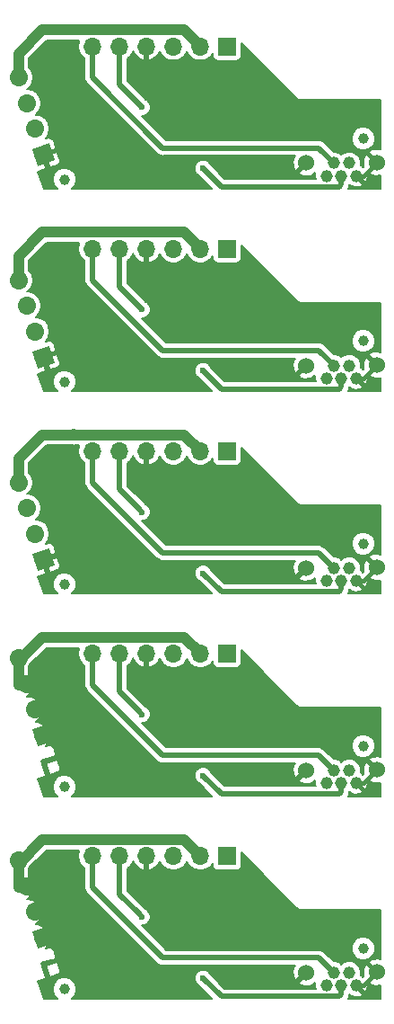
<source format=gtl>
G04 #@! TF.GenerationSoftware,KiCad,Pcbnew,5.0.0-fee4fd1~66~ubuntu16.04.1*
G04 #@! TF.CreationDate,2018-10-22T20:20:06+02:00*
G04 #@! TF.ProjectId,WiRoc_NanoPi_SideOledPCB_v1_Panelized,5769526F635F4E616E6F50695F536964,rev?*
G04 #@! TF.SameCoordinates,Original*
G04 #@! TF.FileFunction,Copper,L1,Top,Signal*
G04 #@! TF.FilePolarity,Positive*
%FSLAX46Y46*%
G04 Gerber Fmt 4.6, Leading zero omitted, Abs format (unit mm)*
G04 Created by KiCad (PCBNEW 5.0.0-fee4fd1~66~ubuntu16.04.1) date Mon Oct 22 20:20:06 2018*
%MOMM*%
%LPD*%
G01*
G04 APERTURE LIST*
G04 #@! TA.AperFunction,ViaPad*
%ADD10C,0.600000*%
G04 #@! TD*
G04 #@! TA.AperFunction,BGAPad,CuDef*
%ADD11C,1.000000*%
G04 #@! TD*
G04 #@! TA.AperFunction,ComponentPad*
%ADD12C,1.524000*%
G04 #@! TD*
G04 #@! TA.AperFunction,ComponentPad*
%ADD13C,1.150000*%
G04 #@! TD*
G04 #@! TA.AperFunction,ComponentPad*
%ADD14O,1.700000X1.700000*%
G04 #@! TD*
G04 #@! TA.AperFunction,ComponentPad*
%ADD15R,1.700000X1.700000*%
G04 #@! TD*
G04 #@! TA.AperFunction,ComponentPad*
%ADD16C,1.700000*%
G04 #@! TD*
G04 #@! TA.AperFunction,Conductor*
%ADD17C,1.700000*%
G04 #@! TD*
G04 #@! TA.AperFunction,Conductor*
%ADD18C,0.100000*%
G04 #@! TD*
G04 #@! TA.AperFunction,Conductor*
%ADD19C,0.500000*%
G04 #@! TD*
G04 #@! TA.AperFunction,Conductor*
%ADD20C,0.400000*%
G04 #@! TD*
G04 #@! TA.AperFunction,Conductor*
%ADD21C,1.000000*%
G04 #@! TD*
G04 #@! TA.AperFunction,Conductor*
%ADD22C,0.200000*%
G04 #@! TD*
G04 APERTURE END LIST*
D10*
G04 #@! TO.N,GND*
G04 #@! TO.C,REF\002A\002A*
X61628020Y-115776240D03*
G04 #@! TD*
G04 #@! TO.N,GND*
G04 #@! TO.C,REF\002A\002A*
X61628020Y-96710240D03*
G04 #@! TD*
G04 #@! TO.N,GND*
G04 #@! TO.C,REF\002A\002A*
X61628020Y-77644240D03*
G04 #@! TD*
G04 #@! TO.N,GND*
G04 #@! TO.C,REF\002A\002A*
X61628020Y-58578240D03*
G04 #@! TD*
G04 #@! TO.N,GND*
G04 #@! TO.C,REF\002A\002A*
X61686440Y-107828580D03*
G04 #@! TD*
G04 #@! TO.N,GND*
G04 #@! TO.C,REF\002A\002A*
X61686440Y-88762580D03*
G04 #@! TD*
G04 #@! TO.N,GND*
G04 #@! TO.C,REF\002A\002A*
X61686440Y-69696580D03*
G04 #@! TD*
G04 #@! TO.N,GND*
G04 #@! TO.C,REF\002A\002A*
X61686440Y-50630580D03*
G04 #@! TD*
G04 #@! TO.N,GND*
G04 #@! TO.C,REF\002A\002A*
X56357520Y-109487200D03*
G04 #@! TD*
G04 #@! TO.N,GND*
G04 #@! TO.C,REF\002A\002A*
X56357520Y-90421200D03*
G04 #@! TD*
G04 #@! TO.N,GND*
G04 #@! TO.C,REF\002A\002A*
X56357520Y-71355200D03*
G04 #@! TD*
G04 #@! TO.N,GND*
G04 #@! TO.C,REF\002A\002A*
X56357520Y-52289200D03*
G04 #@! TD*
D11*
G04 #@! TO.P,FID1,1*
G04 #@! TO.N,N/C*
X43517820Y-116230900D03*
G04 #@! TD*
G04 #@! TO.P,FID1,1*
G04 #@! TO.N,N/C*
X43517820Y-97164900D03*
G04 #@! TD*
G04 #@! TO.P,FID1,1*
G04 #@! TO.N,N/C*
X43517820Y-78098900D03*
G04 #@! TD*
G04 #@! TO.P,FID1,1*
G04 #@! TO.N,N/C*
X43517820Y-59032900D03*
G04 #@! TD*
D10*
G04 #@! TO.N,GND*
G04 #@! TO.C,REF\002A\002A*
X66017140Y-111994180D03*
G04 #@! TD*
G04 #@! TO.N,GND*
G04 #@! TO.C,REF\002A\002A*
X66017140Y-92928180D03*
G04 #@! TD*
G04 #@! TO.N,GND*
G04 #@! TO.C,REF\002A\002A*
X66017140Y-73862180D03*
G04 #@! TD*
G04 #@! TO.N,GND*
G04 #@! TO.C,REF\002A\002A*
X66017140Y-54796180D03*
G04 #@! TD*
D12*
G04 #@! TO.P,J1,6*
G04 #@! TO.N,GND*
X66322500Y-114684800D03*
X72972500Y-114634800D03*
D13*
G04 #@! TO.P,J1,5*
X71047500Y-115884800D03*
G04 #@! TO.P,J1,3*
G04 #@! TO.N,Net-(J1-Pad3)*
X69647500Y-115884800D03*
G04 #@! TO.P,J1,1*
G04 #@! TO.N,Net-(J1-Pad1)*
X68247500Y-115884800D03*
G04 #@! TO.P,J1,4*
G04 #@! TO.N,Net-(J1-Pad4)*
X70397500Y-114684800D03*
G04 #@! TO.P,J1,2*
G04 #@! TO.N,Net-(J1-Pad2)*
X68897500Y-114684800D03*
G04 #@! TD*
D12*
G04 #@! TO.P,J1,6*
G04 #@! TO.N,GND*
X66322500Y-95618800D03*
X72972500Y-95568800D03*
D13*
G04 #@! TO.P,J1,5*
X71047500Y-96818800D03*
G04 #@! TO.P,J1,3*
G04 #@! TO.N,Net-(J1-Pad3)*
X69647500Y-96818800D03*
G04 #@! TO.P,J1,1*
G04 #@! TO.N,Net-(J1-Pad1)*
X68247500Y-96818800D03*
G04 #@! TO.P,J1,4*
G04 #@! TO.N,Net-(J1-Pad4)*
X70397500Y-95618800D03*
G04 #@! TO.P,J1,2*
G04 #@! TO.N,Net-(J1-Pad2)*
X68897500Y-95618800D03*
G04 #@! TD*
D12*
G04 #@! TO.P,J1,6*
G04 #@! TO.N,GND*
X66322500Y-76552800D03*
X72972500Y-76502800D03*
D13*
G04 #@! TO.P,J1,5*
X71047500Y-77752800D03*
G04 #@! TO.P,J1,3*
G04 #@! TO.N,Net-(J1-Pad3)*
X69647500Y-77752800D03*
G04 #@! TO.P,J1,1*
G04 #@! TO.N,Net-(J1-Pad1)*
X68247500Y-77752800D03*
G04 #@! TO.P,J1,4*
G04 #@! TO.N,Net-(J1-Pad4)*
X70397500Y-76552800D03*
G04 #@! TO.P,J1,2*
G04 #@! TO.N,Net-(J1-Pad2)*
X68897500Y-76552800D03*
G04 #@! TD*
D12*
G04 #@! TO.P,J1,6*
G04 #@! TO.N,GND*
X66322500Y-57486800D03*
X72972500Y-57436800D03*
D13*
G04 #@! TO.P,J1,5*
X71047500Y-58686800D03*
G04 #@! TO.P,J1,3*
G04 #@! TO.N,Net-(J1-Pad3)*
X69647500Y-58686800D03*
G04 #@! TO.P,J1,1*
G04 #@! TO.N,Net-(J1-Pad1)*
X68247500Y-58686800D03*
G04 #@! TO.P,J1,4*
G04 #@! TO.N,Net-(J1-Pad4)*
X70397500Y-57486800D03*
G04 #@! TO.P,J1,2*
G04 #@! TO.N,Net-(J1-Pad2)*
X68897500Y-57486800D03*
G04 #@! TD*
D14*
G04 #@! TO.P,J3,6*
G04 #@! TO.N,Net-(J1-Pad2)*
X46164000Y-103696000D03*
G04 #@! TO.P,J3,5*
G04 #@! TO.N,Net-(J1-Pad3)*
X48704000Y-103696000D03*
G04 #@! TO.P,J3,4*
G04 #@! TO.N,GND*
X51244000Y-103696000D03*
G04 #@! TO.P,J3,3*
G04 #@! TO.N,SYS_3.3V*
X53784000Y-103696000D03*
G04 #@! TO.P,J3,2*
G04 #@! TO.N,SDA*
X56324000Y-103696000D03*
D15*
G04 #@! TO.P,J3,1*
G04 #@! TO.N,SCK*
X58864000Y-103696000D03*
G04 #@! TD*
D14*
G04 #@! TO.P,J3,6*
G04 #@! TO.N,Net-(J1-Pad2)*
X46164000Y-84630000D03*
G04 #@! TO.P,J3,5*
G04 #@! TO.N,Net-(J1-Pad3)*
X48704000Y-84630000D03*
G04 #@! TO.P,J3,4*
G04 #@! TO.N,GND*
X51244000Y-84630000D03*
G04 #@! TO.P,J3,3*
G04 #@! TO.N,SYS_3.3V*
X53784000Y-84630000D03*
G04 #@! TO.P,J3,2*
G04 #@! TO.N,SDA*
X56324000Y-84630000D03*
D15*
G04 #@! TO.P,J3,1*
G04 #@! TO.N,SCK*
X58864000Y-84630000D03*
G04 #@! TD*
D14*
G04 #@! TO.P,J3,6*
G04 #@! TO.N,Net-(J1-Pad2)*
X46164000Y-65564000D03*
G04 #@! TO.P,J3,5*
G04 #@! TO.N,Net-(J1-Pad3)*
X48704000Y-65564000D03*
G04 #@! TO.P,J3,4*
G04 #@! TO.N,GND*
X51244000Y-65564000D03*
G04 #@! TO.P,J3,3*
G04 #@! TO.N,SYS_3.3V*
X53784000Y-65564000D03*
G04 #@! TO.P,J3,2*
G04 #@! TO.N,SDA*
X56324000Y-65564000D03*
D15*
G04 #@! TO.P,J3,1*
G04 #@! TO.N,SCK*
X58864000Y-65564000D03*
G04 #@! TD*
D14*
G04 #@! TO.P,J3,6*
G04 #@! TO.N,Net-(J1-Pad2)*
X46164000Y-46498000D03*
G04 #@! TO.P,J3,5*
G04 #@! TO.N,Net-(J1-Pad3)*
X48704000Y-46498000D03*
G04 #@! TO.P,J3,4*
G04 #@! TO.N,GND*
X51244000Y-46498000D03*
G04 #@! TO.P,J3,3*
G04 #@! TO.N,SYS_3.3V*
X53784000Y-46498000D03*
G04 #@! TO.P,J3,2*
G04 #@! TO.N,SDA*
X56324000Y-46498000D03*
D15*
G04 #@! TO.P,J3,1*
G04 #@! TO.N,SCK*
X58864000Y-46498000D03*
G04 #@! TD*
D11*
G04 #@! TO.P,FID2,1*
G04 #@! TO.N,N/C*
X71711820Y-112392960D03*
G04 #@! TD*
G04 #@! TO.P,FID2,1*
G04 #@! TO.N,N/C*
X71711820Y-93326960D03*
G04 #@! TD*
G04 #@! TO.P,FID2,1*
G04 #@! TO.N,N/C*
X71711820Y-74260960D03*
G04 #@! TD*
G04 #@! TO.P,FID2,1*
G04 #@! TO.N,N/C*
X71711820Y-55194960D03*
G04 #@! TD*
D10*
G04 #@! TO.N,GND*
G04 #@! TO.C,REF\002A\002A*
X49776380Y-115740680D03*
G04 #@! TD*
G04 #@! TO.N,GND*
G04 #@! TO.C,REF\002A\002A*
X49776380Y-96674680D03*
G04 #@! TD*
G04 #@! TO.N,GND*
G04 #@! TO.C,REF\002A\002A*
X49776380Y-77608680D03*
G04 #@! TD*
G04 #@! TO.N,GND*
G04 #@! TO.C,REF\002A\002A*
X49776380Y-58542680D03*
G04 #@! TD*
G04 #@! TO.N,GND*
G04 #@! TO.C,REF\002A\002A*
X42534840Y-108135920D03*
G04 #@! TD*
G04 #@! TO.N,GND*
G04 #@! TO.C,REF\002A\002A*
X42534840Y-89069920D03*
G04 #@! TD*
G04 #@! TO.N,GND*
G04 #@! TO.C,REF\002A\002A*
X42534840Y-70003920D03*
G04 #@! TD*
G04 #@! TO.N,GND*
G04 #@! TO.C,REF\002A\002A*
X42534840Y-50937920D03*
G04 #@! TD*
D16*
G04 #@! TO.P,J2,4*
G04 #@! TO.N,SDA*
X39172291Y-104108949D03*
D17*
G04 #@! TD*
G04 #@! TO.N,SDA*
G04 #@! TO.C,J2*
X39172291Y-104108949D02*
X39172291Y-104108949D01*
D16*
G04 #@! TO.P,J2,3*
G04 #@! TO.N,SCK*
X39957194Y-106524633D03*
D17*
G04 #@! TD*
G04 #@! TO.N,SCK*
G04 #@! TO.C,J2*
X39957194Y-106524633D02*
X39957194Y-106524633D01*
D16*
G04 #@! TO.P,J2,2*
G04 #@! TO.N,SYS_3.3V*
X40742097Y-108940316D03*
D17*
G04 #@! TD*
G04 #@! TO.N,SYS_3.3V*
G04 #@! TO.C,J2*
X40742097Y-108940316D02*
X40742097Y-108940316D01*
D16*
G04 #@! TO.P,J2,1*
G04 #@! TO.N,GND*
X41527000Y-111356000D03*
D18*
G04 #@! TD*
G04 #@! TO.N,GND*
G04 #@! TO.C,J2*
G36*
X42072734Y-110284938D02*
X42598062Y-111901734D01*
X40981266Y-112427062D01*
X40455938Y-110810266D01*
X42072734Y-110284938D01*
X42072734Y-110284938D01*
G37*
D16*
G04 #@! TO.P,J2,4*
G04 #@! TO.N,SDA*
X39172291Y-85042949D03*
D17*
G04 #@! TD*
G04 #@! TO.N,SDA*
G04 #@! TO.C,J2*
X39172291Y-85042949D02*
X39172291Y-85042949D01*
D16*
G04 #@! TO.P,J2,3*
G04 #@! TO.N,SCK*
X39957194Y-87458633D03*
D17*
G04 #@! TD*
G04 #@! TO.N,SCK*
G04 #@! TO.C,J2*
X39957194Y-87458633D02*
X39957194Y-87458633D01*
D16*
G04 #@! TO.P,J2,2*
G04 #@! TO.N,SYS_3.3V*
X40742097Y-89874316D03*
D17*
G04 #@! TD*
G04 #@! TO.N,SYS_3.3V*
G04 #@! TO.C,J2*
X40742097Y-89874316D02*
X40742097Y-89874316D01*
D16*
G04 #@! TO.P,J2,1*
G04 #@! TO.N,GND*
X41527000Y-92290000D03*
D18*
G04 #@! TD*
G04 #@! TO.N,GND*
G04 #@! TO.C,J2*
G36*
X42072734Y-91218938D02*
X42598062Y-92835734D01*
X40981266Y-93361062D01*
X40455938Y-91744266D01*
X42072734Y-91218938D01*
X42072734Y-91218938D01*
G37*
D16*
G04 #@! TO.P,J2,4*
G04 #@! TO.N,SDA*
X39172291Y-68516949D03*
D17*
G04 #@! TD*
G04 #@! TO.N,SDA*
G04 #@! TO.C,J2*
X39172291Y-68516949D02*
X39172291Y-68516949D01*
D16*
G04 #@! TO.P,J2,3*
G04 #@! TO.N,SCK*
X39957194Y-70932633D03*
D17*
G04 #@! TD*
G04 #@! TO.N,SCK*
G04 #@! TO.C,J2*
X39957194Y-70932633D02*
X39957194Y-70932633D01*
D16*
G04 #@! TO.P,J2,2*
G04 #@! TO.N,SYS_3.3V*
X40742097Y-73348316D03*
D17*
G04 #@! TD*
G04 #@! TO.N,SYS_3.3V*
G04 #@! TO.C,J2*
X40742097Y-73348316D02*
X40742097Y-73348316D01*
D16*
G04 #@! TO.P,J2,1*
G04 #@! TO.N,GND*
X41527000Y-75764000D03*
D18*
G04 #@! TD*
G04 #@! TO.N,GND*
G04 #@! TO.C,J2*
G36*
X42072734Y-74692938D02*
X42598062Y-76309734D01*
X40981266Y-76835062D01*
X40455938Y-75218266D01*
X42072734Y-74692938D01*
X42072734Y-74692938D01*
G37*
D16*
G04 #@! TO.P,J2,4*
G04 #@! TO.N,SDA*
X39172291Y-49450949D03*
D17*
G04 #@! TD*
G04 #@! TO.N,SDA*
G04 #@! TO.C,J2*
X39172291Y-49450949D02*
X39172291Y-49450949D01*
D16*
G04 #@! TO.P,J2,3*
G04 #@! TO.N,SCK*
X39957194Y-51866633D03*
D17*
G04 #@! TD*
G04 #@! TO.N,SCK*
G04 #@! TO.C,J2*
X39957194Y-51866633D02*
X39957194Y-51866633D01*
D16*
G04 #@! TO.P,J2,2*
G04 #@! TO.N,SYS_3.3V*
X40742097Y-54282316D03*
D17*
G04 #@! TD*
G04 #@! TO.N,SYS_3.3V*
G04 #@! TO.C,J2*
X40742097Y-54282316D02*
X40742097Y-54282316D01*
D16*
G04 #@! TO.P,J2,1*
G04 #@! TO.N,GND*
X41527000Y-56698000D03*
D18*
G04 #@! TD*
G04 #@! TO.N,GND*
G04 #@! TO.C,J2*
G36*
X42072734Y-55626938D02*
X42598062Y-57243734D01*
X40981266Y-57769062D01*
X40455938Y-56152266D01*
X42072734Y-55626938D01*
X42072734Y-55626938D01*
G37*
D10*
G04 #@! TO.N,GND*
G04 #@! TO.C,REF\002A\002A*
X57914540Y-106502700D03*
G04 #@! TD*
G04 #@! TO.N,GND*
G04 #@! TO.C,REF\002A\002A*
X57914540Y-87436700D03*
G04 #@! TD*
G04 #@! TO.N,GND*
G04 #@! TO.C,REF\002A\002A*
X57914540Y-68370700D03*
G04 #@! TD*
G04 #@! TO.N,GND*
G04 #@! TO.C,REF\002A\002A*
X57914540Y-49304700D03*
G04 #@! TD*
D13*
G04 #@! TO.P,J1,2*
G04 #@! TO.N,Net-(J1-Pad2)*
X68897500Y-38420800D03*
G04 #@! TO.P,J1,4*
G04 #@! TO.N,Net-(J1-Pad4)*
X70397500Y-38420800D03*
G04 #@! TO.P,J1,1*
G04 #@! TO.N,Net-(J1-Pad1)*
X68247500Y-39620800D03*
G04 #@! TO.P,J1,3*
G04 #@! TO.N,Net-(J1-Pad3)*
X69647500Y-39620800D03*
G04 #@! TO.P,J1,5*
G04 #@! TO.N,GND*
X71047500Y-39620800D03*
D12*
G04 #@! TO.P,J1,6*
X72972500Y-38370800D03*
X66322500Y-38420800D03*
G04 #@! TD*
D10*
G04 #@! TO.N,GND*
G04 #@! TO.C,REF\002A\002A*
X49776380Y-39476680D03*
G04 #@! TD*
G04 #@! TO.N,GND*
G04 #@! TO.C,REF\002A\002A*
X42534840Y-31871920D03*
G04 #@! TD*
G04 #@! TO.N,GND*
G04 #@! TO.C,REF\002A\002A*
X61628020Y-39512240D03*
G04 #@! TD*
G04 #@! TO.N,GND*
G04 #@! TO.C,REF\002A\002A*
X56357520Y-33223200D03*
G04 #@! TD*
G04 #@! TO.N,GND*
G04 #@! TO.C,REF\002A\002A*
X66017140Y-35730180D03*
G04 #@! TD*
G04 #@! TO.N,GND*
G04 #@! TO.C,REF\002A\002A*
X61686440Y-31564580D03*
G04 #@! TD*
D11*
G04 #@! TO.P,FID2,1*
G04 #@! TO.N,N/C*
X71711820Y-36128960D03*
G04 #@! TD*
D16*
G04 #@! TO.P,J2,1*
G04 #@! TO.N,GND*
X41527000Y-37632000D03*
D18*
G04 #@! TD*
G04 #@! TO.N,GND*
G04 #@! TO.C,J2*
G36*
X42072734Y-36560938D02*
X42598062Y-38177734D01*
X40981266Y-38703062D01*
X40455938Y-37086266D01*
X42072734Y-36560938D01*
X42072734Y-36560938D01*
G37*
D16*
G04 #@! TO.P,J2,2*
G04 #@! TO.N,SYS_3.3V*
X40742097Y-35216316D03*
D17*
G04 #@! TD*
G04 #@! TO.N,SYS_3.3V*
G04 #@! TO.C,J2*
X40742097Y-35216316D02*
X40742097Y-35216316D01*
D16*
G04 #@! TO.P,J2,3*
G04 #@! TO.N,SCK*
X39957194Y-32800633D03*
D17*
G04 #@! TD*
G04 #@! TO.N,SCK*
G04 #@! TO.C,J2*
X39957194Y-32800633D02*
X39957194Y-32800633D01*
D16*
G04 #@! TO.P,J2,4*
G04 #@! TO.N,SDA*
X39172291Y-30384949D03*
D17*
G04 #@! TD*
G04 #@! TO.N,SDA*
G04 #@! TO.C,J2*
X39172291Y-30384949D02*
X39172291Y-30384949D01*
D15*
G04 #@! TO.P,J3,1*
G04 #@! TO.N,SCK*
X58864000Y-27432000D03*
D14*
G04 #@! TO.P,J3,2*
G04 #@! TO.N,SDA*
X56324000Y-27432000D03*
G04 #@! TO.P,J3,3*
G04 #@! TO.N,SYS_3.3V*
X53784000Y-27432000D03*
G04 #@! TO.P,J3,4*
G04 #@! TO.N,GND*
X51244000Y-27432000D03*
G04 #@! TO.P,J3,5*
G04 #@! TO.N,Net-(J1-Pad3)*
X48704000Y-27432000D03*
G04 #@! TO.P,J3,6*
G04 #@! TO.N,Net-(J1-Pad2)*
X46164000Y-27432000D03*
G04 #@! TD*
D10*
G04 #@! TO.N,GND*
G04 #@! TO.C,REF\002A\002A*
X57914540Y-30238700D03*
G04 #@! TD*
D11*
G04 #@! TO.P,FID1,1*
G04 #@! TO.N,N/C*
X43517820Y-39966900D03*
G04 #@! TD*
D10*
G04 #@! TO.N,Net-(J1-Pad3)*
X56598820Y-38922960D03*
X50847984Y-33167044D03*
X50847984Y-52233044D03*
X50847984Y-71299044D03*
X50847984Y-90365044D03*
X50847984Y-109431044D03*
X56598820Y-57988960D03*
X56598820Y-77054960D03*
X56598820Y-96120960D03*
X56598820Y-115186960D03*
G04 #@! TD*
D19*
G04 #@! TO.N,Net-(J1-Pad2)*
X67492880Y-37005260D02*
X68894960Y-38407340D01*
X46149260Y-30380940D02*
X52773580Y-37005260D01*
X52773580Y-37005260D02*
X67492880Y-37005260D01*
X46149260Y-27447240D02*
X46149260Y-30380940D01*
X67492880Y-56071260D02*
X68894960Y-57473340D01*
X67492880Y-75137260D02*
X68894960Y-76539340D01*
X67492880Y-94203260D02*
X68894960Y-95605340D01*
X67492880Y-113269260D02*
X68894960Y-114671340D01*
X46149260Y-46513240D02*
X46149260Y-49446940D01*
X46149260Y-65579240D02*
X46149260Y-68512940D01*
X46149260Y-84645240D02*
X46149260Y-87578940D01*
X46149260Y-103711240D02*
X46149260Y-106644940D01*
X46149260Y-49446940D02*
X52773580Y-56071260D01*
X46149260Y-68512940D02*
X52773580Y-75137260D01*
X46149260Y-87578940D02*
X52773580Y-94203260D01*
X46149260Y-106644940D02*
X52773580Y-113269260D01*
X52773580Y-56071260D02*
X67492880Y-56071260D01*
X52773580Y-75137260D02*
X67492880Y-75137260D01*
X52773580Y-94203260D02*
X67492880Y-94203260D01*
X52773580Y-113269260D02*
X67492880Y-113269260D01*
G04 #@! TO.N,Net-(J1-Pad3)*
X48694340Y-27434540D02*
X48694340Y-31013400D01*
X48694340Y-31013400D02*
X50547985Y-32867045D01*
X50547985Y-32867045D02*
X50847984Y-33167044D01*
X69647500Y-40433972D02*
X69647500Y-39620800D01*
X69435671Y-40645801D02*
X69647500Y-40433972D01*
X58321661Y-40645801D02*
X69435671Y-40645801D01*
X56598820Y-38922960D02*
X58321661Y-40645801D01*
X58321661Y-59711801D02*
X69435671Y-59711801D01*
X58321661Y-78777801D02*
X69435671Y-78777801D01*
X58321661Y-97843801D02*
X69435671Y-97843801D01*
X58321661Y-116909801D02*
X69435671Y-116909801D01*
X69435671Y-59711801D02*
X69647500Y-59499972D01*
X69435671Y-78777801D02*
X69647500Y-78565972D01*
X69435671Y-97843801D02*
X69647500Y-97631972D01*
X69435671Y-116909801D02*
X69647500Y-116697972D01*
X50547985Y-51933045D02*
X50847984Y-52233044D01*
X50547985Y-70999045D02*
X50847984Y-71299044D01*
X50547985Y-90065045D02*
X50847984Y-90365044D01*
X50547985Y-109131045D02*
X50847984Y-109431044D01*
X56598820Y-57988960D02*
X58321661Y-59711801D01*
X56598820Y-77054960D02*
X58321661Y-78777801D01*
X56598820Y-96120960D02*
X58321661Y-97843801D01*
X56598820Y-115186960D02*
X58321661Y-116909801D01*
X48694340Y-50079400D02*
X50547985Y-51933045D01*
X48694340Y-69145400D02*
X50547985Y-70999045D01*
X48694340Y-88211400D02*
X50547985Y-90065045D01*
X48694340Y-107277400D02*
X50547985Y-109131045D01*
X69647500Y-59499972D02*
X69647500Y-58686800D01*
X69647500Y-78565972D02*
X69647500Y-77752800D01*
X69647500Y-97631972D02*
X69647500Y-96818800D01*
X69647500Y-116697972D02*
X69647500Y-115884800D01*
X48694340Y-46500540D02*
X48694340Y-50079400D01*
X48694340Y-65566540D02*
X48694340Y-69145400D01*
X48694340Y-84632540D02*
X48694340Y-88211400D01*
X48694340Y-103698540D02*
X48694340Y-107277400D01*
D20*
G04 #@! TO.N,GND*
X71722500Y-39620800D02*
X72972500Y-38370800D01*
X71047500Y-39620800D02*
X71722500Y-39620800D01*
X71047500Y-58686800D02*
X71722500Y-58686800D01*
X71047500Y-77752800D02*
X71722500Y-77752800D01*
X71047500Y-96818800D02*
X71722500Y-96818800D01*
X71047500Y-115884800D02*
X71722500Y-115884800D01*
X71722500Y-58686800D02*
X72972500Y-57436800D01*
X71722500Y-77752800D02*
X72972500Y-76502800D01*
X71722500Y-96818800D02*
X72972500Y-95568800D01*
X71722500Y-115884800D02*
X72972500Y-114634800D01*
D21*
G04 #@! TO.N,SDA*
X39172291Y-30384949D02*
X39172291Y-28129707D01*
X39172291Y-28129707D02*
X41419999Y-25881999D01*
X44354081Y-25881999D02*
X44366180Y-25869900D01*
X41419999Y-25881999D02*
X44354081Y-25881999D01*
X54810059Y-25881999D02*
X56304180Y-27376120D01*
X44354081Y-25881999D02*
X54810059Y-25881999D01*
X41419999Y-44947999D02*
X44354081Y-44947999D01*
X41419999Y-64013999D02*
X44354081Y-64013999D01*
X41419999Y-83079999D02*
X44354081Y-83079999D01*
X41419999Y-102145999D02*
X44354081Y-102145999D01*
X44354081Y-44947999D02*
X44366180Y-44935900D01*
X44354081Y-64013999D02*
X44366180Y-64001900D01*
X44354081Y-83079999D02*
X44366180Y-83067900D01*
X44354081Y-102145999D02*
X44366180Y-102133900D01*
X44354081Y-44947999D02*
X54810059Y-44947999D01*
X44354081Y-64013999D02*
X54810059Y-64013999D01*
X44354081Y-83079999D02*
X54810059Y-83079999D01*
X44354081Y-102145999D02*
X54810059Y-102145999D01*
X54810059Y-44947999D02*
X56304180Y-46442120D01*
X54810059Y-64013999D02*
X56304180Y-65508120D01*
X54810059Y-83079999D02*
X56304180Y-84574120D01*
X54810059Y-102145999D02*
X56304180Y-103640120D01*
X39172291Y-47195707D02*
X41419999Y-44947999D01*
X39172291Y-66261707D02*
X41419999Y-64013999D01*
X39172291Y-85327707D02*
X41419999Y-83079999D01*
X39172291Y-104393707D02*
X41419999Y-102145999D01*
X39172291Y-49450949D02*
X39172291Y-47195707D01*
X39172291Y-68516949D02*
X39172291Y-66261707D01*
X39172291Y-87582949D02*
X39172291Y-85327707D01*
X39172291Y-106648949D02*
X39172291Y-104393707D01*
G04 #@! TD*
D22*
G04 #@! TO.N,GND*
G36*
X72346208Y-39494818D02*
X72824024Y-39648929D01*
X73324445Y-39608457D01*
X73339001Y-39602428D01*
X73339001Y-40843000D01*
X70276213Y-40843000D01*
X70353984Y-40726607D01*
X70397500Y-40507838D01*
X70397500Y-40507837D01*
X70402279Y-40483813D01*
X70478442Y-40407650D01*
X70534232Y-40589254D01*
X70943914Y-40711954D01*
X71369365Y-40668536D01*
X71560768Y-40589254D01*
X71616559Y-40407648D01*
X71047500Y-39838589D01*
X71033358Y-39852731D01*
X70815569Y-39634942D01*
X70829711Y-39620800D01*
X70815569Y-39606658D01*
X71033358Y-39388869D01*
X71047500Y-39403011D01*
X71061642Y-39388869D01*
X71279431Y-39606658D01*
X71265289Y-39620800D01*
X71834348Y-40189859D01*
X72015954Y-40134068D01*
X72138654Y-39724386D01*
X72096547Y-39311779D01*
X72172930Y-39388162D01*
X72267182Y-39293910D01*
X72346208Y-39494818D01*
X72346208Y-39494818D01*
G37*
X72346208Y-39494818D02*
X72824024Y-39648929D01*
X73324445Y-39608457D01*
X73339001Y-39602428D01*
X73339001Y-40843000D01*
X70276213Y-40843000D01*
X70353984Y-40726607D01*
X70397500Y-40507838D01*
X70397500Y-40507837D01*
X70402279Y-40483813D01*
X70478442Y-40407650D01*
X70534232Y-40589254D01*
X70943914Y-40711954D01*
X71369365Y-40668536D01*
X71560768Y-40589254D01*
X71616559Y-40407648D01*
X71047500Y-39838589D01*
X71033358Y-39852731D01*
X70815569Y-39634942D01*
X70829711Y-39620800D01*
X70815569Y-39606658D01*
X71033358Y-39388869D01*
X71047500Y-39403011D01*
X71061642Y-39388869D01*
X71279431Y-39606658D01*
X71265289Y-39620800D01*
X71834348Y-40189859D01*
X72015954Y-40134068D01*
X72138654Y-39724386D01*
X72096547Y-39311779D01*
X72172930Y-39388162D01*
X72267182Y-39293910D01*
X72346208Y-39494818D01*
G36*
X44354081Y-26901590D02*
X44452571Y-26881999D01*
X44907868Y-26881999D01*
X44892328Y-26905256D01*
X44787552Y-27432000D01*
X44892328Y-27958744D01*
X45190704Y-28405296D01*
X45399260Y-28544649D01*
X45399261Y-30307070D01*
X45384567Y-30380940D01*
X45404956Y-30483438D01*
X45442777Y-30673575D01*
X45608541Y-30921660D01*
X45671164Y-30963503D01*
X52191019Y-37483360D01*
X52232860Y-37545980D01*
X52480945Y-37711744D01*
X52699714Y-37755260D01*
X52773579Y-37769953D01*
X52847444Y-37755260D01*
X65298262Y-37755260D01*
X65198482Y-37794508D01*
X65044371Y-38272324D01*
X65084843Y-38772745D01*
X65198482Y-39047092D01*
X65399392Y-39126119D01*
X66104711Y-38420800D01*
X66090569Y-38406658D01*
X66308358Y-38188869D01*
X66322500Y-38203011D01*
X66336642Y-38188869D01*
X66554431Y-38406658D01*
X66540289Y-38420800D01*
X66554431Y-38434942D01*
X66336642Y-38652731D01*
X66322500Y-38638589D01*
X65617181Y-39343908D01*
X65696208Y-39544818D01*
X66174024Y-39698929D01*
X66674445Y-39658457D01*
X66948792Y-39544818D01*
X67027818Y-39343910D01*
X67122070Y-39438162D01*
X67186103Y-39374129D01*
X67172500Y-39406969D01*
X67172500Y-39834631D01*
X67197837Y-39895801D01*
X58632322Y-39895801D01*
X57327028Y-38590509D01*
X57277027Y-38469796D01*
X57051984Y-38244753D01*
X56757950Y-38122960D01*
X56439690Y-38122960D01*
X56145656Y-38244753D01*
X55920613Y-38469796D01*
X55798820Y-38763830D01*
X55798820Y-39082090D01*
X55920613Y-39376124D01*
X56145656Y-39601167D01*
X56266369Y-39651168D01*
X57458199Y-40843000D01*
X44197355Y-40843000D01*
X44450355Y-40590000D01*
X44617820Y-40185704D01*
X44617820Y-39748096D01*
X44450355Y-39343800D01*
X44140920Y-39034365D01*
X43736624Y-38866900D01*
X43299016Y-38866900D01*
X42894720Y-39034365D01*
X42585285Y-39343800D01*
X42417820Y-39748096D01*
X42417820Y-40185704D01*
X42585285Y-40590000D01*
X42838285Y-40843000D01*
X41576395Y-40843000D01*
X41022839Y-39207880D01*
X41041187Y-39209324D01*
X41678828Y-39002142D01*
X41759083Y-38844633D01*
X41428126Y-37826051D01*
X41409104Y-37832232D01*
X41376172Y-37730874D01*
X41721051Y-37730874D01*
X42052009Y-38749456D01*
X42209518Y-38829711D01*
X42847159Y-38622528D01*
X42998413Y-38493345D01*
X43088717Y-38316113D01*
X43104324Y-38117813D01*
X43042857Y-37928637D01*
X42897142Y-37480172D01*
X42739633Y-37399917D01*
X41721051Y-37730874D01*
X41376172Y-37730874D01*
X41313928Y-37539306D01*
X41332949Y-37533126D01*
X41326768Y-37514104D01*
X41619694Y-37418928D01*
X41625874Y-37437949D01*
X42644456Y-37106991D01*
X42724711Y-36949482D01*
X42578995Y-36501017D01*
X42517528Y-36311841D01*
X42388345Y-36160587D01*
X42211112Y-36070282D01*
X42012813Y-36054676D01*
X41748080Y-36140693D01*
X42013769Y-35743060D01*
X42118545Y-35216316D01*
X42013769Y-34689572D01*
X41715393Y-34243020D01*
X41268841Y-33944644D01*
X40875060Y-33866316D01*
X40792223Y-33866316D01*
X40930490Y-33773929D01*
X41228866Y-33327377D01*
X41333642Y-32800633D01*
X41228866Y-32273889D01*
X40930490Y-31827337D01*
X40483938Y-31528961D01*
X40090157Y-31450633D01*
X40007318Y-31450633D01*
X40145587Y-31358245D01*
X40443963Y-30911693D01*
X40548739Y-30384949D01*
X40443963Y-29858205D01*
X40172291Y-29451618D01*
X40172291Y-28543919D01*
X41834212Y-26881999D01*
X44255591Y-26881999D01*
X44354081Y-26901590D01*
X44354081Y-26901590D01*
G37*
X44354081Y-26901590D02*
X44452571Y-26881999D01*
X44907868Y-26881999D01*
X44892328Y-26905256D01*
X44787552Y-27432000D01*
X44892328Y-27958744D01*
X45190704Y-28405296D01*
X45399260Y-28544649D01*
X45399261Y-30307070D01*
X45384567Y-30380940D01*
X45404956Y-30483438D01*
X45442777Y-30673575D01*
X45608541Y-30921660D01*
X45671164Y-30963503D01*
X52191019Y-37483360D01*
X52232860Y-37545980D01*
X52480945Y-37711744D01*
X52699714Y-37755260D01*
X52773579Y-37769953D01*
X52847444Y-37755260D01*
X65298262Y-37755260D01*
X65198482Y-37794508D01*
X65044371Y-38272324D01*
X65084843Y-38772745D01*
X65198482Y-39047092D01*
X65399392Y-39126119D01*
X66104711Y-38420800D01*
X66090569Y-38406658D01*
X66308358Y-38188869D01*
X66322500Y-38203011D01*
X66336642Y-38188869D01*
X66554431Y-38406658D01*
X66540289Y-38420800D01*
X66554431Y-38434942D01*
X66336642Y-38652731D01*
X66322500Y-38638589D01*
X65617181Y-39343908D01*
X65696208Y-39544818D01*
X66174024Y-39698929D01*
X66674445Y-39658457D01*
X66948792Y-39544818D01*
X67027818Y-39343910D01*
X67122070Y-39438162D01*
X67186103Y-39374129D01*
X67172500Y-39406969D01*
X67172500Y-39834631D01*
X67197837Y-39895801D01*
X58632322Y-39895801D01*
X57327028Y-38590509D01*
X57277027Y-38469796D01*
X57051984Y-38244753D01*
X56757950Y-38122960D01*
X56439690Y-38122960D01*
X56145656Y-38244753D01*
X55920613Y-38469796D01*
X55798820Y-38763830D01*
X55798820Y-39082090D01*
X55920613Y-39376124D01*
X56145656Y-39601167D01*
X56266369Y-39651168D01*
X57458199Y-40843000D01*
X44197355Y-40843000D01*
X44450355Y-40590000D01*
X44617820Y-40185704D01*
X44617820Y-39748096D01*
X44450355Y-39343800D01*
X44140920Y-39034365D01*
X43736624Y-38866900D01*
X43299016Y-38866900D01*
X42894720Y-39034365D01*
X42585285Y-39343800D01*
X42417820Y-39748096D01*
X42417820Y-40185704D01*
X42585285Y-40590000D01*
X42838285Y-40843000D01*
X41576395Y-40843000D01*
X41022839Y-39207880D01*
X41041187Y-39209324D01*
X41678828Y-39002142D01*
X41759083Y-38844633D01*
X41428126Y-37826051D01*
X41409104Y-37832232D01*
X41376172Y-37730874D01*
X41721051Y-37730874D01*
X42052009Y-38749456D01*
X42209518Y-38829711D01*
X42847159Y-38622528D01*
X42998413Y-38493345D01*
X43088717Y-38316113D01*
X43104324Y-38117813D01*
X43042857Y-37928637D01*
X42897142Y-37480172D01*
X42739633Y-37399917D01*
X41721051Y-37730874D01*
X41376172Y-37730874D01*
X41313928Y-37539306D01*
X41332949Y-37533126D01*
X41326768Y-37514104D01*
X41619694Y-37418928D01*
X41625874Y-37437949D01*
X42644456Y-37106991D01*
X42724711Y-36949482D01*
X42578995Y-36501017D01*
X42517528Y-36311841D01*
X42388345Y-36160587D01*
X42211112Y-36070282D01*
X42012813Y-36054676D01*
X41748080Y-36140693D01*
X42013769Y-35743060D01*
X42118545Y-35216316D01*
X42013769Y-34689572D01*
X41715393Y-34243020D01*
X41268841Y-33944644D01*
X40875060Y-33866316D01*
X40792223Y-33866316D01*
X40930490Y-33773929D01*
X41228866Y-33327377D01*
X41333642Y-32800633D01*
X41228866Y-32273889D01*
X40930490Y-31827337D01*
X40483938Y-31528961D01*
X40090157Y-31450633D01*
X40007318Y-31450633D01*
X40145587Y-31358245D01*
X40443963Y-30911693D01*
X40548739Y-30384949D01*
X40443963Y-29858205D01*
X40172291Y-29451618D01*
X40172291Y-28543919D01*
X41834212Y-26881999D01*
X44255591Y-26881999D01*
X44354081Y-26901590D01*
G36*
X65417373Y-32298546D02*
X65449449Y-32346551D01*
X65639646Y-32473637D01*
X65807372Y-32507000D01*
X65807376Y-32507000D01*
X65864000Y-32518263D01*
X65920624Y-32507000D01*
X73339000Y-32507000D01*
X73339001Y-37162991D01*
X73120976Y-37092671D01*
X72620555Y-37133143D01*
X72346208Y-37246782D01*
X72267181Y-37447692D01*
X72972500Y-38153011D01*
X72986642Y-38138869D01*
X73204431Y-38356658D01*
X73190289Y-38370800D01*
X73204431Y-38384942D01*
X72986642Y-38602731D01*
X72972500Y-38588589D01*
X72958358Y-38602731D01*
X72740569Y-38384942D01*
X72754711Y-38370800D01*
X72049392Y-37665481D01*
X71848482Y-37744508D01*
X71694371Y-38222324D01*
X71734843Y-38722745D01*
X71761788Y-38787796D01*
X71712250Y-38738258D01*
X71616558Y-38833950D01*
X71560768Y-38652346D01*
X71472500Y-38625910D01*
X71472500Y-38206969D01*
X71308841Y-37811862D01*
X71006438Y-37509459D01*
X70611331Y-37345800D01*
X70183669Y-37345800D01*
X69788562Y-37509459D01*
X69647500Y-37650521D01*
X69506438Y-37509459D01*
X69111331Y-37345800D01*
X68894080Y-37345800D01*
X68075445Y-36527166D01*
X68033600Y-36464540D01*
X67785515Y-36298776D01*
X67566746Y-36255260D01*
X67566745Y-36255260D01*
X67492880Y-36240567D01*
X67419015Y-36255260D01*
X53084241Y-36255260D01*
X52739137Y-35910156D01*
X70611820Y-35910156D01*
X70611820Y-36347764D01*
X70779285Y-36752060D01*
X71088720Y-37061495D01*
X71493016Y-37228960D01*
X71930624Y-37228960D01*
X72334920Y-37061495D01*
X72644355Y-36752060D01*
X72811820Y-36347764D01*
X72811820Y-35910156D01*
X72644355Y-35505860D01*
X72334920Y-35196425D01*
X71930624Y-35028960D01*
X71493016Y-35028960D01*
X71088720Y-35196425D01*
X70779285Y-35505860D01*
X70611820Y-35910156D01*
X52739137Y-35910156D01*
X50796024Y-33967044D01*
X51007114Y-33967044D01*
X51301148Y-33845251D01*
X51526191Y-33620208D01*
X51647984Y-33326174D01*
X51647984Y-33007914D01*
X51526191Y-32713880D01*
X51301148Y-32488837D01*
X51180435Y-32438836D01*
X51130548Y-32388949D01*
X51130546Y-32388946D01*
X49444340Y-30702741D01*
X49444340Y-28560952D01*
X49677296Y-28405296D01*
X49975672Y-27958744D01*
X49990079Y-27886316D01*
X50180904Y-28264082D01*
X50580251Y-28607573D01*
X50882088Y-28732585D01*
X51090000Y-28647281D01*
X51090000Y-27586000D01*
X51070000Y-27586000D01*
X51070000Y-27278000D01*
X51090000Y-27278000D01*
X51090000Y-27258000D01*
X51398000Y-27258000D01*
X51398000Y-27278000D01*
X51418000Y-27278000D01*
X51418000Y-27586000D01*
X51398000Y-27586000D01*
X51398000Y-28647281D01*
X51605912Y-28732585D01*
X51907749Y-28607573D01*
X52307096Y-28264082D01*
X52497921Y-27886316D01*
X52512328Y-27958744D01*
X52810704Y-28405296D01*
X53257256Y-28703672D01*
X53651037Y-28782000D01*
X53916963Y-28782000D01*
X54310744Y-28703672D01*
X54757296Y-28405296D01*
X55054000Y-27961246D01*
X55350704Y-28405296D01*
X55797256Y-28703672D01*
X56191037Y-28782000D01*
X56456963Y-28782000D01*
X56850744Y-28703672D01*
X57297296Y-28405296D01*
X57504205Y-28095634D01*
X57504205Y-28282000D01*
X57543011Y-28477090D01*
X57653520Y-28642480D01*
X57818910Y-28752989D01*
X58014000Y-28791795D01*
X59714000Y-28791795D01*
X59909090Y-28752989D01*
X60074480Y-28642480D01*
X60184989Y-28477090D01*
X60223795Y-28282000D01*
X60223795Y-27104967D01*
X65417373Y-32298546D01*
X65417373Y-32298546D01*
G37*
X65417373Y-32298546D02*
X65449449Y-32346551D01*
X65639646Y-32473637D01*
X65807372Y-32507000D01*
X65807376Y-32507000D01*
X65864000Y-32518263D01*
X65920624Y-32507000D01*
X73339000Y-32507000D01*
X73339001Y-37162991D01*
X73120976Y-37092671D01*
X72620555Y-37133143D01*
X72346208Y-37246782D01*
X72267181Y-37447692D01*
X72972500Y-38153011D01*
X72986642Y-38138869D01*
X73204431Y-38356658D01*
X73190289Y-38370800D01*
X73204431Y-38384942D01*
X72986642Y-38602731D01*
X72972500Y-38588589D01*
X72958358Y-38602731D01*
X72740569Y-38384942D01*
X72754711Y-38370800D01*
X72049392Y-37665481D01*
X71848482Y-37744508D01*
X71694371Y-38222324D01*
X71734843Y-38722745D01*
X71761788Y-38787796D01*
X71712250Y-38738258D01*
X71616558Y-38833950D01*
X71560768Y-38652346D01*
X71472500Y-38625910D01*
X71472500Y-38206969D01*
X71308841Y-37811862D01*
X71006438Y-37509459D01*
X70611331Y-37345800D01*
X70183669Y-37345800D01*
X69788562Y-37509459D01*
X69647500Y-37650521D01*
X69506438Y-37509459D01*
X69111331Y-37345800D01*
X68894080Y-37345800D01*
X68075445Y-36527166D01*
X68033600Y-36464540D01*
X67785515Y-36298776D01*
X67566746Y-36255260D01*
X67566745Y-36255260D01*
X67492880Y-36240567D01*
X67419015Y-36255260D01*
X53084241Y-36255260D01*
X52739137Y-35910156D01*
X70611820Y-35910156D01*
X70611820Y-36347764D01*
X70779285Y-36752060D01*
X71088720Y-37061495D01*
X71493016Y-37228960D01*
X71930624Y-37228960D01*
X72334920Y-37061495D01*
X72644355Y-36752060D01*
X72811820Y-36347764D01*
X72811820Y-35910156D01*
X72644355Y-35505860D01*
X72334920Y-35196425D01*
X71930624Y-35028960D01*
X71493016Y-35028960D01*
X71088720Y-35196425D01*
X70779285Y-35505860D01*
X70611820Y-35910156D01*
X52739137Y-35910156D01*
X50796024Y-33967044D01*
X51007114Y-33967044D01*
X51301148Y-33845251D01*
X51526191Y-33620208D01*
X51647984Y-33326174D01*
X51647984Y-33007914D01*
X51526191Y-32713880D01*
X51301148Y-32488837D01*
X51180435Y-32438836D01*
X51130548Y-32388949D01*
X51130546Y-32388946D01*
X49444340Y-30702741D01*
X49444340Y-28560952D01*
X49677296Y-28405296D01*
X49975672Y-27958744D01*
X49990079Y-27886316D01*
X50180904Y-28264082D01*
X50580251Y-28607573D01*
X50882088Y-28732585D01*
X51090000Y-28647281D01*
X51090000Y-27586000D01*
X51070000Y-27586000D01*
X51070000Y-27278000D01*
X51090000Y-27278000D01*
X51090000Y-27258000D01*
X51398000Y-27258000D01*
X51398000Y-27278000D01*
X51418000Y-27278000D01*
X51418000Y-27586000D01*
X51398000Y-27586000D01*
X51398000Y-28647281D01*
X51605912Y-28732585D01*
X51907749Y-28607573D01*
X52307096Y-28264082D01*
X52497921Y-27886316D01*
X52512328Y-27958744D01*
X52810704Y-28405296D01*
X53257256Y-28703672D01*
X53651037Y-28782000D01*
X53916963Y-28782000D01*
X54310744Y-28703672D01*
X54757296Y-28405296D01*
X55054000Y-27961246D01*
X55350704Y-28405296D01*
X55797256Y-28703672D01*
X56191037Y-28782000D01*
X56456963Y-28782000D01*
X56850744Y-28703672D01*
X57297296Y-28405296D01*
X57504205Y-28095634D01*
X57504205Y-28282000D01*
X57543011Y-28477090D01*
X57653520Y-28642480D01*
X57818910Y-28752989D01*
X58014000Y-28791795D01*
X59714000Y-28791795D01*
X59909090Y-28752989D01*
X60074480Y-28642480D01*
X60184989Y-28477090D01*
X60223795Y-28282000D01*
X60223795Y-27104967D01*
X65417373Y-32298546D01*
G36*
X72346208Y-58560818D02*
X72824024Y-58714929D01*
X73324445Y-58674457D01*
X73339001Y-58668428D01*
X73339001Y-59909000D01*
X70276213Y-59909000D01*
X70353984Y-59792607D01*
X70397500Y-59573838D01*
X70397500Y-59573837D01*
X70402279Y-59549813D01*
X70478442Y-59473650D01*
X70534232Y-59655254D01*
X70943914Y-59777954D01*
X71369365Y-59734536D01*
X71560768Y-59655254D01*
X71616559Y-59473648D01*
X71047500Y-58904589D01*
X71033358Y-58918731D01*
X70815569Y-58700942D01*
X70829711Y-58686800D01*
X70815569Y-58672658D01*
X71033358Y-58454869D01*
X71047500Y-58469011D01*
X71061642Y-58454869D01*
X71279431Y-58672658D01*
X71265289Y-58686800D01*
X71834348Y-59255859D01*
X72015954Y-59200068D01*
X72138654Y-58790386D01*
X72096547Y-58377779D01*
X72172930Y-58454162D01*
X72267182Y-58359910D01*
X72346208Y-58560818D01*
X72346208Y-58560818D01*
G37*
X72346208Y-58560818D02*
X72824024Y-58714929D01*
X73324445Y-58674457D01*
X73339001Y-58668428D01*
X73339001Y-59909000D01*
X70276213Y-59909000D01*
X70353984Y-59792607D01*
X70397500Y-59573838D01*
X70397500Y-59573837D01*
X70402279Y-59549813D01*
X70478442Y-59473650D01*
X70534232Y-59655254D01*
X70943914Y-59777954D01*
X71369365Y-59734536D01*
X71560768Y-59655254D01*
X71616559Y-59473648D01*
X71047500Y-58904589D01*
X71033358Y-58918731D01*
X70815569Y-58700942D01*
X70829711Y-58686800D01*
X70815569Y-58672658D01*
X71033358Y-58454869D01*
X71047500Y-58469011D01*
X71061642Y-58454869D01*
X71279431Y-58672658D01*
X71265289Y-58686800D01*
X71834348Y-59255859D01*
X72015954Y-59200068D01*
X72138654Y-58790386D01*
X72096547Y-58377779D01*
X72172930Y-58454162D01*
X72267182Y-58359910D01*
X72346208Y-58560818D01*
G36*
X44354081Y-45967590D02*
X44452571Y-45947999D01*
X44907868Y-45947999D01*
X44892328Y-45971256D01*
X44787552Y-46498000D01*
X44892328Y-47024744D01*
X45190704Y-47471296D01*
X45399260Y-47610649D01*
X45399261Y-49373070D01*
X45384567Y-49446940D01*
X45404956Y-49549438D01*
X45442777Y-49739575D01*
X45608541Y-49987660D01*
X45671164Y-50029503D01*
X52191019Y-56549360D01*
X52232860Y-56611980D01*
X52480945Y-56777744D01*
X52699714Y-56821260D01*
X52773579Y-56835953D01*
X52847444Y-56821260D01*
X65298262Y-56821260D01*
X65198482Y-56860508D01*
X65044371Y-57338324D01*
X65084843Y-57838745D01*
X65198482Y-58113092D01*
X65399392Y-58192119D01*
X66104711Y-57486800D01*
X66090569Y-57472658D01*
X66308358Y-57254869D01*
X66322500Y-57269011D01*
X66336642Y-57254869D01*
X66554431Y-57472658D01*
X66540289Y-57486800D01*
X66554431Y-57500942D01*
X66336642Y-57718731D01*
X66322500Y-57704589D01*
X65617181Y-58409908D01*
X65696208Y-58610818D01*
X66174024Y-58764929D01*
X66674445Y-58724457D01*
X66948792Y-58610818D01*
X67027818Y-58409910D01*
X67122070Y-58504162D01*
X67186103Y-58440129D01*
X67172500Y-58472969D01*
X67172500Y-58900631D01*
X67197837Y-58961801D01*
X58632322Y-58961801D01*
X57327028Y-57656509D01*
X57277027Y-57535796D01*
X57051984Y-57310753D01*
X56757950Y-57188960D01*
X56439690Y-57188960D01*
X56145656Y-57310753D01*
X55920613Y-57535796D01*
X55798820Y-57829830D01*
X55798820Y-58148090D01*
X55920613Y-58442124D01*
X56145656Y-58667167D01*
X56266369Y-58717168D01*
X57458199Y-59909000D01*
X44197355Y-59909000D01*
X44450355Y-59656000D01*
X44617820Y-59251704D01*
X44617820Y-58814096D01*
X44450355Y-58409800D01*
X44140920Y-58100365D01*
X43736624Y-57932900D01*
X43299016Y-57932900D01*
X42894720Y-58100365D01*
X42585285Y-58409800D01*
X42417820Y-58814096D01*
X42417820Y-59251704D01*
X42585285Y-59656000D01*
X42838285Y-59909000D01*
X41576395Y-59909000D01*
X41022839Y-58273880D01*
X41041187Y-58275324D01*
X41678828Y-58068142D01*
X41759083Y-57910633D01*
X41428126Y-56892051D01*
X41409104Y-56898232D01*
X41376172Y-56796874D01*
X41721051Y-56796874D01*
X42052009Y-57815456D01*
X42209518Y-57895711D01*
X42847159Y-57688528D01*
X42998413Y-57559345D01*
X43088717Y-57382113D01*
X43104324Y-57183813D01*
X43042857Y-56994637D01*
X42897142Y-56546172D01*
X42739633Y-56465917D01*
X41721051Y-56796874D01*
X41376172Y-56796874D01*
X41313928Y-56605306D01*
X41332949Y-56599126D01*
X41326768Y-56580104D01*
X41619694Y-56484928D01*
X41625874Y-56503949D01*
X42644456Y-56172991D01*
X42724711Y-56015482D01*
X42578995Y-55567017D01*
X42517528Y-55377841D01*
X42388345Y-55226587D01*
X42211112Y-55136282D01*
X42012813Y-55120676D01*
X41748080Y-55206693D01*
X42013769Y-54809060D01*
X42118545Y-54282316D01*
X42013769Y-53755572D01*
X41715393Y-53309020D01*
X41268841Y-53010644D01*
X40875060Y-52932316D01*
X40792223Y-52932316D01*
X40930490Y-52839929D01*
X41228866Y-52393377D01*
X41333642Y-51866633D01*
X41228866Y-51339889D01*
X40930490Y-50893337D01*
X40483938Y-50594961D01*
X40090157Y-50516633D01*
X40007318Y-50516633D01*
X40145587Y-50424245D01*
X40443963Y-49977693D01*
X40548739Y-49450949D01*
X40443963Y-48924205D01*
X40172291Y-48517618D01*
X40172291Y-47609919D01*
X41834212Y-45947999D01*
X44255591Y-45947999D01*
X44354081Y-45967590D01*
X44354081Y-45967590D01*
G37*
X44354081Y-45967590D02*
X44452571Y-45947999D01*
X44907868Y-45947999D01*
X44892328Y-45971256D01*
X44787552Y-46498000D01*
X44892328Y-47024744D01*
X45190704Y-47471296D01*
X45399260Y-47610649D01*
X45399261Y-49373070D01*
X45384567Y-49446940D01*
X45404956Y-49549438D01*
X45442777Y-49739575D01*
X45608541Y-49987660D01*
X45671164Y-50029503D01*
X52191019Y-56549360D01*
X52232860Y-56611980D01*
X52480945Y-56777744D01*
X52699714Y-56821260D01*
X52773579Y-56835953D01*
X52847444Y-56821260D01*
X65298262Y-56821260D01*
X65198482Y-56860508D01*
X65044371Y-57338324D01*
X65084843Y-57838745D01*
X65198482Y-58113092D01*
X65399392Y-58192119D01*
X66104711Y-57486800D01*
X66090569Y-57472658D01*
X66308358Y-57254869D01*
X66322500Y-57269011D01*
X66336642Y-57254869D01*
X66554431Y-57472658D01*
X66540289Y-57486800D01*
X66554431Y-57500942D01*
X66336642Y-57718731D01*
X66322500Y-57704589D01*
X65617181Y-58409908D01*
X65696208Y-58610818D01*
X66174024Y-58764929D01*
X66674445Y-58724457D01*
X66948792Y-58610818D01*
X67027818Y-58409910D01*
X67122070Y-58504162D01*
X67186103Y-58440129D01*
X67172500Y-58472969D01*
X67172500Y-58900631D01*
X67197837Y-58961801D01*
X58632322Y-58961801D01*
X57327028Y-57656509D01*
X57277027Y-57535796D01*
X57051984Y-57310753D01*
X56757950Y-57188960D01*
X56439690Y-57188960D01*
X56145656Y-57310753D01*
X55920613Y-57535796D01*
X55798820Y-57829830D01*
X55798820Y-58148090D01*
X55920613Y-58442124D01*
X56145656Y-58667167D01*
X56266369Y-58717168D01*
X57458199Y-59909000D01*
X44197355Y-59909000D01*
X44450355Y-59656000D01*
X44617820Y-59251704D01*
X44617820Y-58814096D01*
X44450355Y-58409800D01*
X44140920Y-58100365D01*
X43736624Y-57932900D01*
X43299016Y-57932900D01*
X42894720Y-58100365D01*
X42585285Y-58409800D01*
X42417820Y-58814096D01*
X42417820Y-59251704D01*
X42585285Y-59656000D01*
X42838285Y-59909000D01*
X41576395Y-59909000D01*
X41022839Y-58273880D01*
X41041187Y-58275324D01*
X41678828Y-58068142D01*
X41759083Y-57910633D01*
X41428126Y-56892051D01*
X41409104Y-56898232D01*
X41376172Y-56796874D01*
X41721051Y-56796874D01*
X42052009Y-57815456D01*
X42209518Y-57895711D01*
X42847159Y-57688528D01*
X42998413Y-57559345D01*
X43088717Y-57382113D01*
X43104324Y-57183813D01*
X43042857Y-56994637D01*
X42897142Y-56546172D01*
X42739633Y-56465917D01*
X41721051Y-56796874D01*
X41376172Y-56796874D01*
X41313928Y-56605306D01*
X41332949Y-56599126D01*
X41326768Y-56580104D01*
X41619694Y-56484928D01*
X41625874Y-56503949D01*
X42644456Y-56172991D01*
X42724711Y-56015482D01*
X42578995Y-55567017D01*
X42517528Y-55377841D01*
X42388345Y-55226587D01*
X42211112Y-55136282D01*
X42012813Y-55120676D01*
X41748080Y-55206693D01*
X42013769Y-54809060D01*
X42118545Y-54282316D01*
X42013769Y-53755572D01*
X41715393Y-53309020D01*
X41268841Y-53010644D01*
X40875060Y-52932316D01*
X40792223Y-52932316D01*
X40930490Y-52839929D01*
X41228866Y-52393377D01*
X41333642Y-51866633D01*
X41228866Y-51339889D01*
X40930490Y-50893337D01*
X40483938Y-50594961D01*
X40090157Y-50516633D01*
X40007318Y-50516633D01*
X40145587Y-50424245D01*
X40443963Y-49977693D01*
X40548739Y-49450949D01*
X40443963Y-48924205D01*
X40172291Y-48517618D01*
X40172291Y-47609919D01*
X41834212Y-45947999D01*
X44255591Y-45947999D01*
X44354081Y-45967590D01*
G36*
X65417373Y-51364546D02*
X65449449Y-51412551D01*
X65639646Y-51539637D01*
X65807372Y-51573000D01*
X65807376Y-51573000D01*
X65864000Y-51584263D01*
X65920624Y-51573000D01*
X73339000Y-51573000D01*
X73339001Y-56228991D01*
X73120976Y-56158671D01*
X72620555Y-56199143D01*
X72346208Y-56312782D01*
X72267181Y-56513692D01*
X72972500Y-57219011D01*
X72986642Y-57204869D01*
X73204431Y-57422658D01*
X73190289Y-57436800D01*
X73204431Y-57450942D01*
X72986642Y-57668731D01*
X72972500Y-57654589D01*
X72958358Y-57668731D01*
X72740569Y-57450942D01*
X72754711Y-57436800D01*
X72049392Y-56731481D01*
X71848482Y-56810508D01*
X71694371Y-57288324D01*
X71734843Y-57788745D01*
X71761788Y-57853796D01*
X71712250Y-57804258D01*
X71616558Y-57899950D01*
X71560768Y-57718346D01*
X71472500Y-57691910D01*
X71472500Y-57272969D01*
X71308841Y-56877862D01*
X71006438Y-56575459D01*
X70611331Y-56411800D01*
X70183669Y-56411800D01*
X69788562Y-56575459D01*
X69647500Y-56716521D01*
X69506438Y-56575459D01*
X69111331Y-56411800D01*
X68894080Y-56411800D01*
X68075445Y-55593166D01*
X68033600Y-55530540D01*
X67785515Y-55364776D01*
X67566746Y-55321260D01*
X67566745Y-55321260D01*
X67492880Y-55306567D01*
X67419015Y-55321260D01*
X53084241Y-55321260D01*
X52739137Y-54976156D01*
X70611820Y-54976156D01*
X70611820Y-55413764D01*
X70779285Y-55818060D01*
X71088720Y-56127495D01*
X71493016Y-56294960D01*
X71930624Y-56294960D01*
X72334920Y-56127495D01*
X72644355Y-55818060D01*
X72811820Y-55413764D01*
X72811820Y-54976156D01*
X72644355Y-54571860D01*
X72334920Y-54262425D01*
X71930624Y-54094960D01*
X71493016Y-54094960D01*
X71088720Y-54262425D01*
X70779285Y-54571860D01*
X70611820Y-54976156D01*
X52739137Y-54976156D01*
X50796024Y-53033044D01*
X51007114Y-53033044D01*
X51301148Y-52911251D01*
X51526191Y-52686208D01*
X51647984Y-52392174D01*
X51647984Y-52073914D01*
X51526191Y-51779880D01*
X51301148Y-51554837D01*
X51180435Y-51504836D01*
X51130548Y-51454949D01*
X51130546Y-51454946D01*
X49444340Y-49768741D01*
X49444340Y-47626952D01*
X49677296Y-47471296D01*
X49975672Y-47024744D01*
X49990079Y-46952316D01*
X50180904Y-47330082D01*
X50580251Y-47673573D01*
X50882088Y-47798585D01*
X51090000Y-47713281D01*
X51090000Y-46652000D01*
X51070000Y-46652000D01*
X51070000Y-46344000D01*
X51090000Y-46344000D01*
X51090000Y-46324000D01*
X51398000Y-46324000D01*
X51398000Y-46344000D01*
X51418000Y-46344000D01*
X51418000Y-46652000D01*
X51398000Y-46652000D01*
X51398000Y-47713281D01*
X51605912Y-47798585D01*
X51907749Y-47673573D01*
X52307096Y-47330082D01*
X52497921Y-46952316D01*
X52512328Y-47024744D01*
X52810704Y-47471296D01*
X53257256Y-47769672D01*
X53651037Y-47848000D01*
X53916963Y-47848000D01*
X54310744Y-47769672D01*
X54757296Y-47471296D01*
X55054000Y-47027246D01*
X55350704Y-47471296D01*
X55797256Y-47769672D01*
X56191037Y-47848000D01*
X56456963Y-47848000D01*
X56850744Y-47769672D01*
X57297296Y-47471296D01*
X57504205Y-47161634D01*
X57504205Y-47348000D01*
X57543011Y-47543090D01*
X57653520Y-47708480D01*
X57818910Y-47818989D01*
X58014000Y-47857795D01*
X59714000Y-47857795D01*
X59909090Y-47818989D01*
X60074480Y-47708480D01*
X60184989Y-47543090D01*
X60223795Y-47348000D01*
X60223795Y-46170967D01*
X65417373Y-51364546D01*
X65417373Y-51364546D01*
G37*
X65417373Y-51364546D02*
X65449449Y-51412551D01*
X65639646Y-51539637D01*
X65807372Y-51573000D01*
X65807376Y-51573000D01*
X65864000Y-51584263D01*
X65920624Y-51573000D01*
X73339000Y-51573000D01*
X73339001Y-56228991D01*
X73120976Y-56158671D01*
X72620555Y-56199143D01*
X72346208Y-56312782D01*
X72267181Y-56513692D01*
X72972500Y-57219011D01*
X72986642Y-57204869D01*
X73204431Y-57422658D01*
X73190289Y-57436800D01*
X73204431Y-57450942D01*
X72986642Y-57668731D01*
X72972500Y-57654589D01*
X72958358Y-57668731D01*
X72740569Y-57450942D01*
X72754711Y-57436800D01*
X72049392Y-56731481D01*
X71848482Y-56810508D01*
X71694371Y-57288324D01*
X71734843Y-57788745D01*
X71761788Y-57853796D01*
X71712250Y-57804258D01*
X71616558Y-57899950D01*
X71560768Y-57718346D01*
X71472500Y-57691910D01*
X71472500Y-57272969D01*
X71308841Y-56877862D01*
X71006438Y-56575459D01*
X70611331Y-56411800D01*
X70183669Y-56411800D01*
X69788562Y-56575459D01*
X69647500Y-56716521D01*
X69506438Y-56575459D01*
X69111331Y-56411800D01*
X68894080Y-56411800D01*
X68075445Y-55593166D01*
X68033600Y-55530540D01*
X67785515Y-55364776D01*
X67566746Y-55321260D01*
X67566745Y-55321260D01*
X67492880Y-55306567D01*
X67419015Y-55321260D01*
X53084241Y-55321260D01*
X52739137Y-54976156D01*
X70611820Y-54976156D01*
X70611820Y-55413764D01*
X70779285Y-55818060D01*
X71088720Y-56127495D01*
X71493016Y-56294960D01*
X71930624Y-56294960D01*
X72334920Y-56127495D01*
X72644355Y-55818060D01*
X72811820Y-55413764D01*
X72811820Y-54976156D01*
X72644355Y-54571860D01*
X72334920Y-54262425D01*
X71930624Y-54094960D01*
X71493016Y-54094960D01*
X71088720Y-54262425D01*
X70779285Y-54571860D01*
X70611820Y-54976156D01*
X52739137Y-54976156D01*
X50796024Y-53033044D01*
X51007114Y-53033044D01*
X51301148Y-52911251D01*
X51526191Y-52686208D01*
X51647984Y-52392174D01*
X51647984Y-52073914D01*
X51526191Y-51779880D01*
X51301148Y-51554837D01*
X51180435Y-51504836D01*
X51130548Y-51454949D01*
X51130546Y-51454946D01*
X49444340Y-49768741D01*
X49444340Y-47626952D01*
X49677296Y-47471296D01*
X49975672Y-47024744D01*
X49990079Y-46952316D01*
X50180904Y-47330082D01*
X50580251Y-47673573D01*
X50882088Y-47798585D01*
X51090000Y-47713281D01*
X51090000Y-46652000D01*
X51070000Y-46652000D01*
X51070000Y-46344000D01*
X51090000Y-46344000D01*
X51090000Y-46324000D01*
X51398000Y-46324000D01*
X51398000Y-46344000D01*
X51418000Y-46344000D01*
X51418000Y-46652000D01*
X51398000Y-46652000D01*
X51398000Y-47713281D01*
X51605912Y-47798585D01*
X51907749Y-47673573D01*
X52307096Y-47330082D01*
X52497921Y-46952316D01*
X52512328Y-47024744D01*
X52810704Y-47471296D01*
X53257256Y-47769672D01*
X53651037Y-47848000D01*
X53916963Y-47848000D01*
X54310744Y-47769672D01*
X54757296Y-47471296D01*
X55054000Y-47027246D01*
X55350704Y-47471296D01*
X55797256Y-47769672D01*
X56191037Y-47848000D01*
X56456963Y-47848000D01*
X56850744Y-47769672D01*
X57297296Y-47471296D01*
X57504205Y-47161634D01*
X57504205Y-47348000D01*
X57543011Y-47543090D01*
X57653520Y-47708480D01*
X57818910Y-47818989D01*
X58014000Y-47857795D01*
X59714000Y-47857795D01*
X59909090Y-47818989D01*
X60074480Y-47708480D01*
X60184989Y-47543090D01*
X60223795Y-47348000D01*
X60223795Y-46170967D01*
X65417373Y-51364546D01*
G36*
X72346208Y-77626818D02*
X72824024Y-77780929D01*
X73324445Y-77740457D01*
X73339001Y-77734428D01*
X73339001Y-78975000D01*
X70276213Y-78975000D01*
X70353984Y-78858607D01*
X70397500Y-78639838D01*
X70397500Y-78639837D01*
X70402279Y-78615813D01*
X70478442Y-78539650D01*
X70534232Y-78721254D01*
X70943914Y-78843954D01*
X71369365Y-78800536D01*
X71560768Y-78721254D01*
X71616559Y-78539648D01*
X71047500Y-77970589D01*
X71033358Y-77984731D01*
X70815569Y-77766942D01*
X70829711Y-77752800D01*
X70815569Y-77738658D01*
X71033358Y-77520869D01*
X71047500Y-77535011D01*
X71061642Y-77520869D01*
X71279431Y-77738658D01*
X71265289Y-77752800D01*
X71834348Y-78321859D01*
X72015954Y-78266068D01*
X72138654Y-77856386D01*
X72096547Y-77443779D01*
X72172930Y-77520162D01*
X72267182Y-77425910D01*
X72346208Y-77626818D01*
X72346208Y-77626818D01*
G37*
X72346208Y-77626818D02*
X72824024Y-77780929D01*
X73324445Y-77740457D01*
X73339001Y-77734428D01*
X73339001Y-78975000D01*
X70276213Y-78975000D01*
X70353984Y-78858607D01*
X70397500Y-78639838D01*
X70397500Y-78639837D01*
X70402279Y-78615813D01*
X70478442Y-78539650D01*
X70534232Y-78721254D01*
X70943914Y-78843954D01*
X71369365Y-78800536D01*
X71560768Y-78721254D01*
X71616559Y-78539648D01*
X71047500Y-77970589D01*
X71033358Y-77984731D01*
X70815569Y-77766942D01*
X70829711Y-77752800D01*
X70815569Y-77738658D01*
X71033358Y-77520869D01*
X71047500Y-77535011D01*
X71061642Y-77520869D01*
X71279431Y-77738658D01*
X71265289Y-77752800D01*
X71834348Y-78321859D01*
X72015954Y-78266068D01*
X72138654Y-77856386D01*
X72096547Y-77443779D01*
X72172930Y-77520162D01*
X72267182Y-77425910D01*
X72346208Y-77626818D01*
G36*
X44354081Y-65033590D02*
X44452571Y-65013999D01*
X44907868Y-65013999D01*
X44892328Y-65037256D01*
X44787552Y-65564000D01*
X44892328Y-66090744D01*
X45190704Y-66537296D01*
X45399260Y-66676649D01*
X45399261Y-68439070D01*
X45384567Y-68512940D01*
X45404956Y-68615438D01*
X45442777Y-68805575D01*
X45608541Y-69053660D01*
X45671164Y-69095503D01*
X52191019Y-75615360D01*
X52232860Y-75677980D01*
X52480945Y-75843744D01*
X52699714Y-75887260D01*
X52773579Y-75901953D01*
X52847444Y-75887260D01*
X65298262Y-75887260D01*
X65198482Y-75926508D01*
X65044371Y-76404324D01*
X65084843Y-76904745D01*
X65198482Y-77179092D01*
X65399392Y-77258119D01*
X66104711Y-76552800D01*
X66090569Y-76538658D01*
X66308358Y-76320869D01*
X66322500Y-76335011D01*
X66336642Y-76320869D01*
X66554431Y-76538658D01*
X66540289Y-76552800D01*
X66554431Y-76566942D01*
X66336642Y-76784731D01*
X66322500Y-76770589D01*
X65617181Y-77475908D01*
X65696208Y-77676818D01*
X66174024Y-77830929D01*
X66674445Y-77790457D01*
X66948792Y-77676818D01*
X67027818Y-77475910D01*
X67122070Y-77570162D01*
X67186103Y-77506129D01*
X67172500Y-77538969D01*
X67172500Y-77966631D01*
X67197837Y-78027801D01*
X58632322Y-78027801D01*
X57327028Y-76722509D01*
X57277027Y-76601796D01*
X57051984Y-76376753D01*
X56757950Y-76254960D01*
X56439690Y-76254960D01*
X56145656Y-76376753D01*
X55920613Y-76601796D01*
X55798820Y-76895830D01*
X55798820Y-77214090D01*
X55920613Y-77508124D01*
X56145656Y-77733167D01*
X56266369Y-77783168D01*
X57458199Y-78975000D01*
X44197355Y-78975000D01*
X44450355Y-78722000D01*
X44617820Y-78317704D01*
X44617820Y-77880096D01*
X44450355Y-77475800D01*
X44140920Y-77166365D01*
X43736624Y-76998900D01*
X43299016Y-76998900D01*
X42894720Y-77166365D01*
X42585285Y-77475800D01*
X42417820Y-77880096D01*
X42417820Y-78317704D01*
X42585285Y-78722000D01*
X42838285Y-78975000D01*
X41576395Y-78975000D01*
X41022839Y-77339880D01*
X41041187Y-77341324D01*
X41678828Y-77134142D01*
X41759083Y-76976633D01*
X41428126Y-75958051D01*
X41409104Y-75964232D01*
X41376172Y-75862874D01*
X41721051Y-75862874D01*
X42052009Y-76881456D01*
X42209518Y-76961711D01*
X42847159Y-76754528D01*
X42998413Y-76625345D01*
X43088717Y-76448113D01*
X43104324Y-76249813D01*
X43042857Y-76060637D01*
X42897142Y-75612172D01*
X42739633Y-75531917D01*
X41721051Y-75862874D01*
X41376172Y-75862874D01*
X41313928Y-75671306D01*
X41332949Y-75665126D01*
X41326768Y-75646104D01*
X41619694Y-75550928D01*
X41625874Y-75569949D01*
X42644456Y-75238991D01*
X42724711Y-75081482D01*
X42578995Y-74633017D01*
X42517528Y-74443841D01*
X42388345Y-74292587D01*
X42211112Y-74202282D01*
X42012813Y-74186676D01*
X41748080Y-74272693D01*
X42013769Y-73875060D01*
X42118545Y-73348316D01*
X42013769Y-72821572D01*
X41715393Y-72375020D01*
X41268841Y-72076644D01*
X40875060Y-71998316D01*
X40792223Y-71998316D01*
X40930490Y-71905929D01*
X41228866Y-71459377D01*
X41333642Y-70932633D01*
X41228866Y-70405889D01*
X40930490Y-69959337D01*
X40483938Y-69660961D01*
X40090157Y-69582633D01*
X40007318Y-69582633D01*
X40145587Y-69490245D01*
X40443963Y-69043693D01*
X40548739Y-68516949D01*
X40443963Y-67990205D01*
X40172291Y-67583618D01*
X40172291Y-66675919D01*
X41834212Y-65013999D01*
X44255591Y-65013999D01*
X44354081Y-65033590D01*
X44354081Y-65033590D01*
G37*
X44354081Y-65033590D02*
X44452571Y-65013999D01*
X44907868Y-65013999D01*
X44892328Y-65037256D01*
X44787552Y-65564000D01*
X44892328Y-66090744D01*
X45190704Y-66537296D01*
X45399260Y-66676649D01*
X45399261Y-68439070D01*
X45384567Y-68512940D01*
X45404956Y-68615438D01*
X45442777Y-68805575D01*
X45608541Y-69053660D01*
X45671164Y-69095503D01*
X52191019Y-75615360D01*
X52232860Y-75677980D01*
X52480945Y-75843744D01*
X52699714Y-75887260D01*
X52773579Y-75901953D01*
X52847444Y-75887260D01*
X65298262Y-75887260D01*
X65198482Y-75926508D01*
X65044371Y-76404324D01*
X65084843Y-76904745D01*
X65198482Y-77179092D01*
X65399392Y-77258119D01*
X66104711Y-76552800D01*
X66090569Y-76538658D01*
X66308358Y-76320869D01*
X66322500Y-76335011D01*
X66336642Y-76320869D01*
X66554431Y-76538658D01*
X66540289Y-76552800D01*
X66554431Y-76566942D01*
X66336642Y-76784731D01*
X66322500Y-76770589D01*
X65617181Y-77475908D01*
X65696208Y-77676818D01*
X66174024Y-77830929D01*
X66674445Y-77790457D01*
X66948792Y-77676818D01*
X67027818Y-77475910D01*
X67122070Y-77570162D01*
X67186103Y-77506129D01*
X67172500Y-77538969D01*
X67172500Y-77966631D01*
X67197837Y-78027801D01*
X58632322Y-78027801D01*
X57327028Y-76722509D01*
X57277027Y-76601796D01*
X57051984Y-76376753D01*
X56757950Y-76254960D01*
X56439690Y-76254960D01*
X56145656Y-76376753D01*
X55920613Y-76601796D01*
X55798820Y-76895830D01*
X55798820Y-77214090D01*
X55920613Y-77508124D01*
X56145656Y-77733167D01*
X56266369Y-77783168D01*
X57458199Y-78975000D01*
X44197355Y-78975000D01*
X44450355Y-78722000D01*
X44617820Y-78317704D01*
X44617820Y-77880096D01*
X44450355Y-77475800D01*
X44140920Y-77166365D01*
X43736624Y-76998900D01*
X43299016Y-76998900D01*
X42894720Y-77166365D01*
X42585285Y-77475800D01*
X42417820Y-77880096D01*
X42417820Y-78317704D01*
X42585285Y-78722000D01*
X42838285Y-78975000D01*
X41576395Y-78975000D01*
X41022839Y-77339880D01*
X41041187Y-77341324D01*
X41678828Y-77134142D01*
X41759083Y-76976633D01*
X41428126Y-75958051D01*
X41409104Y-75964232D01*
X41376172Y-75862874D01*
X41721051Y-75862874D01*
X42052009Y-76881456D01*
X42209518Y-76961711D01*
X42847159Y-76754528D01*
X42998413Y-76625345D01*
X43088717Y-76448113D01*
X43104324Y-76249813D01*
X43042857Y-76060637D01*
X42897142Y-75612172D01*
X42739633Y-75531917D01*
X41721051Y-75862874D01*
X41376172Y-75862874D01*
X41313928Y-75671306D01*
X41332949Y-75665126D01*
X41326768Y-75646104D01*
X41619694Y-75550928D01*
X41625874Y-75569949D01*
X42644456Y-75238991D01*
X42724711Y-75081482D01*
X42578995Y-74633017D01*
X42517528Y-74443841D01*
X42388345Y-74292587D01*
X42211112Y-74202282D01*
X42012813Y-74186676D01*
X41748080Y-74272693D01*
X42013769Y-73875060D01*
X42118545Y-73348316D01*
X42013769Y-72821572D01*
X41715393Y-72375020D01*
X41268841Y-72076644D01*
X40875060Y-71998316D01*
X40792223Y-71998316D01*
X40930490Y-71905929D01*
X41228866Y-71459377D01*
X41333642Y-70932633D01*
X41228866Y-70405889D01*
X40930490Y-69959337D01*
X40483938Y-69660961D01*
X40090157Y-69582633D01*
X40007318Y-69582633D01*
X40145587Y-69490245D01*
X40443963Y-69043693D01*
X40548739Y-68516949D01*
X40443963Y-67990205D01*
X40172291Y-67583618D01*
X40172291Y-66675919D01*
X41834212Y-65013999D01*
X44255591Y-65013999D01*
X44354081Y-65033590D01*
G36*
X65417373Y-70430546D02*
X65449449Y-70478551D01*
X65639646Y-70605637D01*
X65807372Y-70639000D01*
X65807376Y-70639000D01*
X65864000Y-70650263D01*
X65920624Y-70639000D01*
X73339000Y-70639000D01*
X73339001Y-75294991D01*
X73120976Y-75224671D01*
X72620555Y-75265143D01*
X72346208Y-75378782D01*
X72267181Y-75579692D01*
X72972500Y-76285011D01*
X72986642Y-76270869D01*
X73204431Y-76488658D01*
X73190289Y-76502800D01*
X73204431Y-76516942D01*
X72986642Y-76734731D01*
X72972500Y-76720589D01*
X72958358Y-76734731D01*
X72740569Y-76516942D01*
X72754711Y-76502800D01*
X72049392Y-75797481D01*
X71848482Y-75876508D01*
X71694371Y-76354324D01*
X71734843Y-76854745D01*
X71761788Y-76919796D01*
X71712250Y-76870258D01*
X71616558Y-76965950D01*
X71560768Y-76784346D01*
X71472500Y-76757910D01*
X71472500Y-76338969D01*
X71308841Y-75943862D01*
X71006438Y-75641459D01*
X70611331Y-75477800D01*
X70183669Y-75477800D01*
X69788562Y-75641459D01*
X69647500Y-75782521D01*
X69506438Y-75641459D01*
X69111331Y-75477800D01*
X68894080Y-75477800D01*
X68075445Y-74659166D01*
X68033600Y-74596540D01*
X67785515Y-74430776D01*
X67566746Y-74387260D01*
X67566745Y-74387260D01*
X67492880Y-74372567D01*
X67419015Y-74387260D01*
X53084241Y-74387260D01*
X52739137Y-74042156D01*
X70611820Y-74042156D01*
X70611820Y-74479764D01*
X70779285Y-74884060D01*
X71088720Y-75193495D01*
X71493016Y-75360960D01*
X71930624Y-75360960D01*
X72334920Y-75193495D01*
X72644355Y-74884060D01*
X72811820Y-74479764D01*
X72811820Y-74042156D01*
X72644355Y-73637860D01*
X72334920Y-73328425D01*
X71930624Y-73160960D01*
X71493016Y-73160960D01*
X71088720Y-73328425D01*
X70779285Y-73637860D01*
X70611820Y-74042156D01*
X52739137Y-74042156D01*
X50796024Y-72099044D01*
X51007114Y-72099044D01*
X51301148Y-71977251D01*
X51526191Y-71752208D01*
X51647984Y-71458174D01*
X51647984Y-71139914D01*
X51526191Y-70845880D01*
X51301148Y-70620837D01*
X51180435Y-70570836D01*
X51130548Y-70520949D01*
X51130546Y-70520946D01*
X49444340Y-68834741D01*
X49444340Y-66692952D01*
X49677296Y-66537296D01*
X49975672Y-66090744D01*
X49990079Y-66018316D01*
X50180904Y-66396082D01*
X50580251Y-66739573D01*
X50882088Y-66864585D01*
X51090000Y-66779281D01*
X51090000Y-65718000D01*
X51070000Y-65718000D01*
X51070000Y-65410000D01*
X51090000Y-65410000D01*
X51090000Y-65390000D01*
X51398000Y-65390000D01*
X51398000Y-65410000D01*
X51418000Y-65410000D01*
X51418000Y-65718000D01*
X51398000Y-65718000D01*
X51398000Y-66779281D01*
X51605912Y-66864585D01*
X51907749Y-66739573D01*
X52307096Y-66396082D01*
X52497921Y-66018316D01*
X52512328Y-66090744D01*
X52810704Y-66537296D01*
X53257256Y-66835672D01*
X53651037Y-66914000D01*
X53916963Y-66914000D01*
X54310744Y-66835672D01*
X54757296Y-66537296D01*
X55054000Y-66093246D01*
X55350704Y-66537296D01*
X55797256Y-66835672D01*
X56191037Y-66914000D01*
X56456963Y-66914000D01*
X56850744Y-66835672D01*
X57297296Y-66537296D01*
X57504205Y-66227634D01*
X57504205Y-66414000D01*
X57543011Y-66609090D01*
X57653520Y-66774480D01*
X57818910Y-66884989D01*
X58014000Y-66923795D01*
X59714000Y-66923795D01*
X59909090Y-66884989D01*
X60074480Y-66774480D01*
X60184989Y-66609090D01*
X60223795Y-66414000D01*
X60223795Y-65236967D01*
X65417373Y-70430546D01*
X65417373Y-70430546D01*
G37*
X65417373Y-70430546D02*
X65449449Y-70478551D01*
X65639646Y-70605637D01*
X65807372Y-70639000D01*
X65807376Y-70639000D01*
X65864000Y-70650263D01*
X65920624Y-70639000D01*
X73339000Y-70639000D01*
X73339001Y-75294991D01*
X73120976Y-75224671D01*
X72620555Y-75265143D01*
X72346208Y-75378782D01*
X72267181Y-75579692D01*
X72972500Y-76285011D01*
X72986642Y-76270869D01*
X73204431Y-76488658D01*
X73190289Y-76502800D01*
X73204431Y-76516942D01*
X72986642Y-76734731D01*
X72972500Y-76720589D01*
X72958358Y-76734731D01*
X72740569Y-76516942D01*
X72754711Y-76502800D01*
X72049392Y-75797481D01*
X71848482Y-75876508D01*
X71694371Y-76354324D01*
X71734843Y-76854745D01*
X71761788Y-76919796D01*
X71712250Y-76870258D01*
X71616558Y-76965950D01*
X71560768Y-76784346D01*
X71472500Y-76757910D01*
X71472500Y-76338969D01*
X71308841Y-75943862D01*
X71006438Y-75641459D01*
X70611331Y-75477800D01*
X70183669Y-75477800D01*
X69788562Y-75641459D01*
X69647500Y-75782521D01*
X69506438Y-75641459D01*
X69111331Y-75477800D01*
X68894080Y-75477800D01*
X68075445Y-74659166D01*
X68033600Y-74596540D01*
X67785515Y-74430776D01*
X67566746Y-74387260D01*
X67566745Y-74387260D01*
X67492880Y-74372567D01*
X67419015Y-74387260D01*
X53084241Y-74387260D01*
X52739137Y-74042156D01*
X70611820Y-74042156D01*
X70611820Y-74479764D01*
X70779285Y-74884060D01*
X71088720Y-75193495D01*
X71493016Y-75360960D01*
X71930624Y-75360960D01*
X72334920Y-75193495D01*
X72644355Y-74884060D01*
X72811820Y-74479764D01*
X72811820Y-74042156D01*
X72644355Y-73637860D01*
X72334920Y-73328425D01*
X71930624Y-73160960D01*
X71493016Y-73160960D01*
X71088720Y-73328425D01*
X70779285Y-73637860D01*
X70611820Y-74042156D01*
X52739137Y-74042156D01*
X50796024Y-72099044D01*
X51007114Y-72099044D01*
X51301148Y-71977251D01*
X51526191Y-71752208D01*
X51647984Y-71458174D01*
X51647984Y-71139914D01*
X51526191Y-70845880D01*
X51301148Y-70620837D01*
X51180435Y-70570836D01*
X51130548Y-70520949D01*
X51130546Y-70520946D01*
X49444340Y-68834741D01*
X49444340Y-66692952D01*
X49677296Y-66537296D01*
X49975672Y-66090744D01*
X49990079Y-66018316D01*
X50180904Y-66396082D01*
X50580251Y-66739573D01*
X50882088Y-66864585D01*
X51090000Y-66779281D01*
X51090000Y-65718000D01*
X51070000Y-65718000D01*
X51070000Y-65410000D01*
X51090000Y-65410000D01*
X51090000Y-65390000D01*
X51398000Y-65390000D01*
X51398000Y-65410000D01*
X51418000Y-65410000D01*
X51418000Y-65718000D01*
X51398000Y-65718000D01*
X51398000Y-66779281D01*
X51605912Y-66864585D01*
X51907749Y-66739573D01*
X52307096Y-66396082D01*
X52497921Y-66018316D01*
X52512328Y-66090744D01*
X52810704Y-66537296D01*
X53257256Y-66835672D01*
X53651037Y-66914000D01*
X53916963Y-66914000D01*
X54310744Y-66835672D01*
X54757296Y-66537296D01*
X55054000Y-66093246D01*
X55350704Y-66537296D01*
X55797256Y-66835672D01*
X56191037Y-66914000D01*
X56456963Y-66914000D01*
X56850744Y-66835672D01*
X57297296Y-66537296D01*
X57504205Y-66227634D01*
X57504205Y-66414000D01*
X57543011Y-66609090D01*
X57653520Y-66774480D01*
X57818910Y-66884989D01*
X58014000Y-66923795D01*
X59714000Y-66923795D01*
X59909090Y-66884989D01*
X60074480Y-66774480D01*
X60184989Y-66609090D01*
X60223795Y-66414000D01*
X60223795Y-65236967D01*
X65417373Y-70430546D01*
G36*
X72346208Y-96692818D02*
X72824024Y-96846929D01*
X73324445Y-96806457D01*
X73339001Y-96800428D01*
X73339001Y-98041000D01*
X70276213Y-98041000D01*
X70353984Y-97924607D01*
X70397500Y-97705838D01*
X70397500Y-97705837D01*
X70402279Y-97681813D01*
X70478442Y-97605650D01*
X70534232Y-97787254D01*
X70943914Y-97909954D01*
X71369365Y-97866536D01*
X71560768Y-97787254D01*
X71616559Y-97605648D01*
X71047500Y-97036589D01*
X71033358Y-97050731D01*
X70815569Y-96832942D01*
X70829711Y-96818800D01*
X70815569Y-96804658D01*
X71033358Y-96586869D01*
X71047500Y-96601011D01*
X71061642Y-96586869D01*
X71279431Y-96804658D01*
X71265289Y-96818800D01*
X71834348Y-97387859D01*
X72015954Y-97332068D01*
X72138654Y-96922386D01*
X72096547Y-96509779D01*
X72172930Y-96586162D01*
X72267182Y-96491910D01*
X72346208Y-96692818D01*
X72346208Y-96692818D01*
G37*
X72346208Y-96692818D02*
X72824024Y-96846929D01*
X73324445Y-96806457D01*
X73339001Y-96800428D01*
X73339001Y-98041000D01*
X70276213Y-98041000D01*
X70353984Y-97924607D01*
X70397500Y-97705838D01*
X70397500Y-97705837D01*
X70402279Y-97681813D01*
X70478442Y-97605650D01*
X70534232Y-97787254D01*
X70943914Y-97909954D01*
X71369365Y-97866536D01*
X71560768Y-97787254D01*
X71616559Y-97605648D01*
X71047500Y-97036589D01*
X71033358Y-97050731D01*
X70815569Y-96832942D01*
X70829711Y-96818800D01*
X70815569Y-96804658D01*
X71033358Y-96586869D01*
X71047500Y-96601011D01*
X71061642Y-96586869D01*
X71279431Y-96804658D01*
X71265289Y-96818800D01*
X71834348Y-97387859D01*
X72015954Y-97332068D01*
X72138654Y-96922386D01*
X72096547Y-96509779D01*
X72172930Y-96586162D01*
X72267182Y-96491910D01*
X72346208Y-96692818D01*
G36*
X44354081Y-84099590D02*
X44452571Y-84079999D01*
X44907868Y-84079999D01*
X44892328Y-84103256D01*
X44787552Y-84630000D01*
X44892328Y-85156744D01*
X45190704Y-85603296D01*
X45399260Y-85742649D01*
X45399261Y-87505070D01*
X45384567Y-87578940D01*
X45404956Y-87681438D01*
X45442777Y-87871575D01*
X45608541Y-88119660D01*
X45671164Y-88161503D01*
X52191019Y-94681360D01*
X52232860Y-94743980D01*
X52480945Y-94909744D01*
X52699714Y-94953260D01*
X52773579Y-94967953D01*
X52847444Y-94953260D01*
X65298262Y-94953260D01*
X65198482Y-94992508D01*
X65044371Y-95470324D01*
X65084843Y-95970745D01*
X65198482Y-96245092D01*
X65399392Y-96324119D01*
X66104711Y-95618800D01*
X66090569Y-95604658D01*
X66308358Y-95386869D01*
X66322500Y-95401011D01*
X66336642Y-95386869D01*
X66554431Y-95604658D01*
X66540289Y-95618800D01*
X66554431Y-95632942D01*
X66336642Y-95850731D01*
X66322500Y-95836589D01*
X65617181Y-96541908D01*
X65696208Y-96742818D01*
X66174024Y-96896929D01*
X66674445Y-96856457D01*
X66948792Y-96742818D01*
X67027818Y-96541910D01*
X67122070Y-96636162D01*
X67186103Y-96572129D01*
X67172500Y-96604969D01*
X67172500Y-97032631D01*
X67197837Y-97093801D01*
X58632322Y-97093801D01*
X57327028Y-95788509D01*
X57277027Y-95667796D01*
X57051984Y-95442753D01*
X56757950Y-95320960D01*
X56439690Y-95320960D01*
X56145656Y-95442753D01*
X55920613Y-95667796D01*
X55798820Y-95961830D01*
X55798820Y-96280090D01*
X55920613Y-96574124D01*
X56145656Y-96799167D01*
X56266369Y-96849168D01*
X57458199Y-98041000D01*
X44197355Y-98041000D01*
X44450355Y-97788000D01*
X44617820Y-97383704D01*
X44617820Y-96946096D01*
X44450355Y-96541800D01*
X44140920Y-96232365D01*
X43736624Y-96064900D01*
X43299016Y-96064900D01*
X42894720Y-96232365D01*
X42585285Y-96541800D01*
X42417820Y-96946096D01*
X42417820Y-97383704D01*
X42585285Y-97788000D01*
X42838285Y-98041000D01*
X41576395Y-98041000D01*
X41022839Y-96405880D01*
X41041187Y-96407324D01*
X41678828Y-96200142D01*
X41759083Y-96042633D01*
X41428126Y-95024051D01*
X41409104Y-95030232D01*
X41376172Y-94928874D01*
X41721051Y-94928874D01*
X42052009Y-95947456D01*
X42209518Y-96027711D01*
X42847159Y-95820528D01*
X42998413Y-95691345D01*
X43088717Y-95514113D01*
X43104324Y-95315813D01*
X43042857Y-95126637D01*
X42897142Y-94678172D01*
X42739633Y-94597917D01*
X41721051Y-94928874D01*
X41376172Y-94928874D01*
X41313928Y-94737306D01*
X41332949Y-94731126D01*
X41326768Y-94712104D01*
X41619694Y-94616928D01*
X41625874Y-94635949D01*
X42644456Y-94304991D01*
X42724711Y-94147482D01*
X42578995Y-93699017D01*
X42517528Y-93509841D01*
X42388345Y-93358587D01*
X42211112Y-93268282D01*
X42012813Y-93252676D01*
X41748080Y-93338693D01*
X42013769Y-92941060D01*
X42118545Y-92414316D01*
X42013769Y-91887572D01*
X41715393Y-91441020D01*
X41268841Y-91142644D01*
X40875060Y-91064316D01*
X40792223Y-91064316D01*
X40930490Y-90971929D01*
X41228866Y-90525377D01*
X41333642Y-89998633D01*
X41228866Y-89471889D01*
X40930490Y-89025337D01*
X40483938Y-88726961D01*
X40090157Y-88648633D01*
X40007318Y-88648633D01*
X40145587Y-88556245D01*
X40443963Y-88109693D01*
X40548739Y-87582949D01*
X40443963Y-87056205D01*
X40172291Y-86649618D01*
X40172291Y-85741919D01*
X41834212Y-84079999D01*
X44255591Y-84079999D01*
X44354081Y-84099590D01*
X44354081Y-84099590D01*
G37*
X44354081Y-84099590D02*
X44452571Y-84079999D01*
X44907868Y-84079999D01*
X44892328Y-84103256D01*
X44787552Y-84630000D01*
X44892328Y-85156744D01*
X45190704Y-85603296D01*
X45399260Y-85742649D01*
X45399261Y-87505070D01*
X45384567Y-87578940D01*
X45404956Y-87681438D01*
X45442777Y-87871575D01*
X45608541Y-88119660D01*
X45671164Y-88161503D01*
X52191019Y-94681360D01*
X52232860Y-94743980D01*
X52480945Y-94909744D01*
X52699714Y-94953260D01*
X52773579Y-94967953D01*
X52847444Y-94953260D01*
X65298262Y-94953260D01*
X65198482Y-94992508D01*
X65044371Y-95470324D01*
X65084843Y-95970745D01*
X65198482Y-96245092D01*
X65399392Y-96324119D01*
X66104711Y-95618800D01*
X66090569Y-95604658D01*
X66308358Y-95386869D01*
X66322500Y-95401011D01*
X66336642Y-95386869D01*
X66554431Y-95604658D01*
X66540289Y-95618800D01*
X66554431Y-95632942D01*
X66336642Y-95850731D01*
X66322500Y-95836589D01*
X65617181Y-96541908D01*
X65696208Y-96742818D01*
X66174024Y-96896929D01*
X66674445Y-96856457D01*
X66948792Y-96742818D01*
X67027818Y-96541910D01*
X67122070Y-96636162D01*
X67186103Y-96572129D01*
X67172500Y-96604969D01*
X67172500Y-97032631D01*
X67197837Y-97093801D01*
X58632322Y-97093801D01*
X57327028Y-95788509D01*
X57277027Y-95667796D01*
X57051984Y-95442753D01*
X56757950Y-95320960D01*
X56439690Y-95320960D01*
X56145656Y-95442753D01*
X55920613Y-95667796D01*
X55798820Y-95961830D01*
X55798820Y-96280090D01*
X55920613Y-96574124D01*
X56145656Y-96799167D01*
X56266369Y-96849168D01*
X57458199Y-98041000D01*
X44197355Y-98041000D01*
X44450355Y-97788000D01*
X44617820Y-97383704D01*
X44617820Y-96946096D01*
X44450355Y-96541800D01*
X44140920Y-96232365D01*
X43736624Y-96064900D01*
X43299016Y-96064900D01*
X42894720Y-96232365D01*
X42585285Y-96541800D01*
X42417820Y-96946096D01*
X42417820Y-97383704D01*
X42585285Y-97788000D01*
X42838285Y-98041000D01*
X41576395Y-98041000D01*
X41022839Y-96405880D01*
X41041187Y-96407324D01*
X41678828Y-96200142D01*
X41759083Y-96042633D01*
X41428126Y-95024051D01*
X41409104Y-95030232D01*
X41376172Y-94928874D01*
X41721051Y-94928874D01*
X42052009Y-95947456D01*
X42209518Y-96027711D01*
X42847159Y-95820528D01*
X42998413Y-95691345D01*
X43088717Y-95514113D01*
X43104324Y-95315813D01*
X43042857Y-95126637D01*
X42897142Y-94678172D01*
X42739633Y-94597917D01*
X41721051Y-94928874D01*
X41376172Y-94928874D01*
X41313928Y-94737306D01*
X41332949Y-94731126D01*
X41326768Y-94712104D01*
X41619694Y-94616928D01*
X41625874Y-94635949D01*
X42644456Y-94304991D01*
X42724711Y-94147482D01*
X42578995Y-93699017D01*
X42517528Y-93509841D01*
X42388345Y-93358587D01*
X42211112Y-93268282D01*
X42012813Y-93252676D01*
X41748080Y-93338693D01*
X42013769Y-92941060D01*
X42118545Y-92414316D01*
X42013769Y-91887572D01*
X41715393Y-91441020D01*
X41268841Y-91142644D01*
X40875060Y-91064316D01*
X40792223Y-91064316D01*
X40930490Y-90971929D01*
X41228866Y-90525377D01*
X41333642Y-89998633D01*
X41228866Y-89471889D01*
X40930490Y-89025337D01*
X40483938Y-88726961D01*
X40090157Y-88648633D01*
X40007318Y-88648633D01*
X40145587Y-88556245D01*
X40443963Y-88109693D01*
X40548739Y-87582949D01*
X40443963Y-87056205D01*
X40172291Y-86649618D01*
X40172291Y-85741919D01*
X41834212Y-84079999D01*
X44255591Y-84079999D01*
X44354081Y-84099590D01*
G36*
X65417373Y-89496546D02*
X65449449Y-89544551D01*
X65639646Y-89671637D01*
X65807372Y-89705000D01*
X65807376Y-89705000D01*
X65864000Y-89716263D01*
X65920624Y-89705000D01*
X73339000Y-89705000D01*
X73339001Y-94360991D01*
X73120976Y-94290671D01*
X72620555Y-94331143D01*
X72346208Y-94444782D01*
X72267181Y-94645692D01*
X72972500Y-95351011D01*
X72986642Y-95336869D01*
X73204431Y-95554658D01*
X73190289Y-95568800D01*
X73204431Y-95582942D01*
X72986642Y-95800731D01*
X72972500Y-95786589D01*
X72958358Y-95800731D01*
X72740569Y-95582942D01*
X72754711Y-95568800D01*
X72049392Y-94863481D01*
X71848482Y-94942508D01*
X71694371Y-95420324D01*
X71734843Y-95920745D01*
X71761788Y-95985796D01*
X71712250Y-95936258D01*
X71616558Y-96031950D01*
X71560768Y-95850346D01*
X71472500Y-95823910D01*
X71472500Y-95404969D01*
X71308841Y-95009862D01*
X71006438Y-94707459D01*
X70611331Y-94543800D01*
X70183669Y-94543800D01*
X69788562Y-94707459D01*
X69647500Y-94848521D01*
X69506438Y-94707459D01*
X69111331Y-94543800D01*
X68894080Y-94543800D01*
X68075445Y-93725166D01*
X68033600Y-93662540D01*
X67785515Y-93496776D01*
X67566746Y-93453260D01*
X67566745Y-93453260D01*
X67492880Y-93438567D01*
X67419015Y-93453260D01*
X53084241Y-93453260D01*
X52739137Y-93108156D01*
X70611820Y-93108156D01*
X70611820Y-93545764D01*
X70779285Y-93950060D01*
X71088720Y-94259495D01*
X71493016Y-94426960D01*
X71930624Y-94426960D01*
X72334920Y-94259495D01*
X72644355Y-93950060D01*
X72811820Y-93545764D01*
X72811820Y-93108156D01*
X72644355Y-92703860D01*
X72334920Y-92394425D01*
X71930624Y-92226960D01*
X71493016Y-92226960D01*
X71088720Y-92394425D01*
X70779285Y-92703860D01*
X70611820Y-93108156D01*
X52739137Y-93108156D01*
X50796024Y-91165044D01*
X51007114Y-91165044D01*
X51301148Y-91043251D01*
X51526191Y-90818208D01*
X51647984Y-90524174D01*
X51647984Y-90205914D01*
X51526191Y-89911880D01*
X51301148Y-89686837D01*
X51180435Y-89636836D01*
X51130548Y-89586949D01*
X51130546Y-89586946D01*
X49444340Y-87900741D01*
X49444340Y-85758952D01*
X49677296Y-85603296D01*
X49975672Y-85156744D01*
X49990079Y-85084316D01*
X50180904Y-85462082D01*
X50580251Y-85805573D01*
X50882088Y-85930585D01*
X51090000Y-85845281D01*
X51090000Y-84784000D01*
X51070000Y-84784000D01*
X51070000Y-84476000D01*
X51090000Y-84476000D01*
X51090000Y-84456000D01*
X51398000Y-84456000D01*
X51398000Y-84476000D01*
X51418000Y-84476000D01*
X51418000Y-84784000D01*
X51398000Y-84784000D01*
X51398000Y-85845281D01*
X51605912Y-85930585D01*
X51907749Y-85805573D01*
X52307096Y-85462082D01*
X52497921Y-85084316D01*
X52512328Y-85156744D01*
X52810704Y-85603296D01*
X53257256Y-85901672D01*
X53651037Y-85980000D01*
X53916963Y-85980000D01*
X54310744Y-85901672D01*
X54757296Y-85603296D01*
X55054000Y-85159246D01*
X55350704Y-85603296D01*
X55797256Y-85901672D01*
X56191037Y-85980000D01*
X56456963Y-85980000D01*
X56850744Y-85901672D01*
X57297296Y-85603296D01*
X57504205Y-85293634D01*
X57504205Y-85480000D01*
X57543011Y-85675090D01*
X57653520Y-85840480D01*
X57818910Y-85950989D01*
X58014000Y-85989795D01*
X59714000Y-85989795D01*
X59909090Y-85950989D01*
X60074480Y-85840480D01*
X60184989Y-85675090D01*
X60223795Y-85480000D01*
X60223795Y-84302967D01*
X65417373Y-89496546D01*
X65417373Y-89496546D01*
G37*
X65417373Y-89496546D02*
X65449449Y-89544551D01*
X65639646Y-89671637D01*
X65807372Y-89705000D01*
X65807376Y-89705000D01*
X65864000Y-89716263D01*
X65920624Y-89705000D01*
X73339000Y-89705000D01*
X73339001Y-94360991D01*
X73120976Y-94290671D01*
X72620555Y-94331143D01*
X72346208Y-94444782D01*
X72267181Y-94645692D01*
X72972500Y-95351011D01*
X72986642Y-95336869D01*
X73204431Y-95554658D01*
X73190289Y-95568800D01*
X73204431Y-95582942D01*
X72986642Y-95800731D01*
X72972500Y-95786589D01*
X72958358Y-95800731D01*
X72740569Y-95582942D01*
X72754711Y-95568800D01*
X72049392Y-94863481D01*
X71848482Y-94942508D01*
X71694371Y-95420324D01*
X71734843Y-95920745D01*
X71761788Y-95985796D01*
X71712250Y-95936258D01*
X71616558Y-96031950D01*
X71560768Y-95850346D01*
X71472500Y-95823910D01*
X71472500Y-95404969D01*
X71308841Y-95009862D01*
X71006438Y-94707459D01*
X70611331Y-94543800D01*
X70183669Y-94543800D01*
X69788562Y-94707459D01*
X69647500Y-94848521D01*
X69506438Y-94707459D01*
X69111331Y-94543800D01*
X68894080Y-94543800D01*
X68075445Y-93725166D01*
X68033600Y-93662540D01*
X67785515Y-93496776D01*
X67566746Y-93453260D01*
X67566745Y-93453260D01*
X67492880Y-93438567D01*
X67419015Y-93453260D01*
X53084241Y-93453260D01*
X52739137Y-93108156D01*
X70611820Y-93108156D01*
X70611820Y-93545764D01*
X70779285Y-93950060D01*
X71088720Y-94259495D01*
X71493016Y-94426960D01*
X71930624Y-94426960D01*
X72334920Y-94259495D01*
X72644355Y-93950060D01*
X72811820Y-93545764D01*
X72811820Y-93108156D01*
X72644355Y-92703860D01*
X72334920Y-92394425D01*
X71930624Y-92226960D01*
X71493016Y-92226960D01*
X71088720Y-92394425D01*
X70779285Y-92703860D01*
X70611820Y-93108156D01*
X52739137Y-93108156D01*
X50796024Y-91165044D01*
X51007114Y-91165044D01*
X51301148Y-91043251D01*
X51526191Y-90818208D01*
X51647984Y-90524174D01*
X51647984Y-90205914D01*
X51526191Y-89911880D01*
X51301148Y-89686837D01*
X51180435Y-89636836D01*
X51130548Y-89586949D01*
X51130546Y-89586946D01*
X49444340Y-87900741D01*
X49444340Y-85758952D01*
X49677296Y-85603296D01*
X49975672Y-85156744D01*
X49990079Y-85084316D01*
X50180904Y-85462082D01*
X50580251Y-85805573D01*
X50882088Y-85930585D01*
X51090000Y-85845281D01*
X51090000Y-84784000D01*
X51070000Y-84784000D01*
X51070000Y-84476000D01*
X51090000Y-84476000D01*
X51090000Y-84456000D01*
X51398000Y-84456000D01*
X51398000Y-84476000D01*
X51418000Y-84476000D01*
X51418000Y-84784000D01*
X51398000Y-84784000D01*
X51398000Y-85845281D01*
X51605912Y-85930585D01*
X51907749Y-85805573D01*
X52307096Y-85462082D01*
X52497921Y-85084316D01*
X52512328Y-85156744D01*
X52810704Y-85603296D01*
X53257256Y-85901672D01*
X53651037Y-85980000D01*
X53916963Y-85980000D01*
X54310744Y-85901672D01*
X54757296Y-85603296D01*
X55054000Y-85159246D01*
X55350704Y-85603296D01*
X55797256Y-85901672D01*
X56191037Y-85980000D01*
X56456963Y-85980000D01*
X56850744Y-85901672D01*
X57297296Y-85603296D01*
X57504205Y-85293634D01*
X57504205Y-85480000D01*
X57543011Y-85675090D01*
X57653520Y-85840480D01*
X57818910Y-85950989D01*
X58014000Y-85989795D01*
X59714000Y-85989795D01*
X59909090Y-85950989D01*
X60074480Y-85840480D01*
X60184989Y-85675090D01*
X60223795Y-85480000D01*
X60223795Y-84302967D01*
X65417373Y-89496546D01*
G36*
X72346208Y-115758818D02*
X72824024Y-115912929D01*
X73324445Y-115872457D01*
X73339001Y-115866428D01*
X73339001Y-117107000D01*
X70276213Y-117107000D01*
X70353984Y-116990607D01*
X70397500Y-116771838D01*
X70397500Y-116771837D01*
X70402279Y-116747813D01*
X70478442Y-116671650D01*
X70534232Y-116853254D01*
X70943914Y-116975954D01*
X71369365Y-116932536D01*
X71560768Y-116853254D01*
X71616559Y-116671648D01*
X71047500Y-116102589D01*
X71033358Y-116116731D01*
X70815569Y-115898942D01*
X70829711Y-115884800D01*
X70815569Y-115870658D01*
X71033358Y-115652869D01*
X71047500Y-115667011D01*
X71061642Y-115652869D01*
X71279431Y-115870658D01*
X71265289Y-115884800D01*
X71834348Y-116453859D01*
X72015954Y-116398068D01*
X72138654Y-115988386D01*
X72096547Y-115575779D01*
X72172930Y-115652162D01*
X72267182Y-115557910D01*
X72346208Y-115758818D01*
X72346208Y-115758818D01*
G37*
X72346208Y-115758818D02*
X72824024Y-115912929D01*
X73324445Y-115872457D01*
X73339001Y-115866428D01*
X73339001Y-117107000D01*
X70276213Y-117107000D01*
X70353984Y-116990607D01*
X70397500Y-116771838D01*
X70397500Y-116771837D01*
X70402279Y-116747813D01*
X70478442Y-116671650D01*
X70534232Y-116853254D01*
X70943914Y-116975954D01*
X71369365Y-116932536D01*
X71560768Y-116853254D01*
X71616559Y-116671648D01*
X71047500Y-116102589D01*
X71033358Y-116116731D01*
X70815569Y-115898942D01*
X70829711Y-115884800D01*
X70815569Y-115870658D01*
X71033358Y-115652869D01*
X71047500Y-115667011D01*
X71061642Y-115652869D01*
X71279431Y-115870658D01*
X71265289Y-115884800D01*
X71834348Y-116453859D01*
X72015954Y-116398068D01*
X72138654Y-115988386D01*
X72096547Y-115575779D01*
X72172930Y-115652162D01*
X72267182Y-115557910D01*
X72346208Y-115758818D01*
G36*
X44354081Y-103165590D02*
X44452571Y-103145999D01*
X44907868Y-103145999D01*
X44892328Y-103169256D01*
X44787552Y-103696000D01*
X44892328Y-104222744D01*
X45190704Y-104669296D01*
X45399260Y-104808649D01*
X45399261Y-106571070D01*
X45384567Y-106644940D01*
X45404956Y-106747438D01*
X45442777Y-106937575D01*
X45608541Y-107185660D01*
X45671164Y-107227503D01*
X52191019Y-113747360D01*
X52232860Y-113809980D01*
X52480945Y-113975744D01*
X52699714Y-114019260D01*
X52773579Y-114033953D01*
X52847444Y-114019260D01*
X65298262Y-114019260D01*
X65198482Y-114058508D01*
X65044371Y-114536324D01*
X65084843Y-115036745D01*
X65198482Y-115311092D01*
X65399392Y-115390119D01*
X66104711Y-114684800D01*
X66090569Y-114670658D01*
X66308358Y-114452869D01*
X66322500Y-114467011D01*
X66336642Y-114452869D01*
X66554431Y-114670658D01*
X66540289Y-114684800D01*
X66554431Y-114698942D01*
X66336642Y-114916731D01*
X66322500Y-114902589D01*
X65617181Y-115607908D01*
X65696208Y-115808818D01*
X66174024Y-115962929D01*
X66674445Y-115922457D01*
X66948792Y-115808818D01*
X67027818Y-115607910D01*
X67122070Y-115702162D01*
X67186103Y-115638129D01*
X67172500Y-115670969D01*
X67172500Y-116098631D01*
X67197837Y-116159801D01*
X58632322Y-116159801D01*
X57327028Y-114854509D01*
X57277027Y-114733796D01*
X57051984Y-114508753D01*
X56757950Y-114386960D01*
X56439690Y-114386960D01*
X56145656Y-114508753D01*
X55920613Y-114733796D01*
X55798820Y-115027830D01*
X55798820Y-115346090D01*
X55920613Y-115640124D01*
X56145656Y-115865167D01*
X56266369Y-115915168D01*
X57458199Y-117107000D01*
X44197355Y-117107000D01*
X44450355Y-116854000D01*
X44617820Y-116449704D01*
X44617820Y-116012096D01*
X44450355Y-115607800D01*
X44140920Y-115298365D01*
X43736624Y-115130900D01*
X43299016Y-115130900D01*
X42894720Y-115298365D01*
X42585285Y-115607800D01*
X42417820Y-116012096D01*
X42417820Y-116449704D01*
X42585285Y-116854000D01*
X42838285Y-117107000D01*
X41576395Y-117107000D01*
X41022839Y-115471880D01*
X41041187Y-115473324D01*
X41678828Y-115266142D01*
X41759083Y-115108633D01*
X41428126Y-114090051D01*
X41409104Y-114096232D01*
X41376172Y-113994874D01*
X41721051Y-113994874D01*
X42052009Y-115013456D01*
X42209518Y-115093711D01*
X42847159Y-114886528D01*
X42998413Y-114757345D01*
X43088717Y-114580113D01*
X43104324Y-114381813D01*
X43042857Y-114192637D01*
X42897142Y-113744172D01*
X42739633Y-113663917D01*
X41721051Y-113994874D01*
X41376172Y-113994874D01*
X41313928Y-113803306D01*
X41332949Y-113797126D01*
X41326768Y-113778104D01*
X41619694Y-113682928D01*
X41625874Y-113701949D01*
X42644456Y-113370991D01*
X42724711Y-113213482D01*
X42578995Y-112765017D01*
X42517528Y-112575841D01*
X42388345Y-112424587D01*
X42211112Y-112334282D01*
X42012813Y-112318676D01*
X41748080Y-112404693D01*
X42013769Y-112007060D01*
X42118545Y-111480316D01*
X42013769Y-110953572D01*
X41715393Y-110507020D01*
X41268841Y-110208644D01*
X40875060Y-110130316D01*
X40792223Y-110130316D01*
X40930490Y-110037929D01*
X41228866Y-109591377D01*
X41333642Y-109064633D01*
X41228866Y-108537889D01*
X40930490Y-108091337D01*
X40483938Y-107792961D01*
X40090157Y-107714633D01*
X40007318Y-107714633D01*
X40145587Y-107622245D01*
X40443963Y-107175693D01*
X40548739Y-106648949D01*
X40443963Y-106122205D01*
X40172291Y-105715618D01*
X40172291Y-104807919D01*
X41834212Y-103145999D01*
X44255591Y-103145999D01*
X44354081Y-103165590D01*
X44354081Y-103165590D01*
G37*
X44354081Y-103165590D02*
X44452571Y-103145999D01*
X44907868Y-103145999D01*
X44892328Y-103169256D01*
X44787552Y-103696000D01*
X44892328Y-104222744D01*
X45190704Y-104669296D01*
X45399260Y-104808649D01*
X45399261Y-106571070D01*
X45384567Y-106644940D01*
X45404956Y-106747438D01*
X45442777Y-106937575D01*
X45608541Y-107185660D01*
X45671164Y-107227503D01*
X52191019Y-113747360D01*
X52232860Y-113809980D01*
X52480945Y-113975744D01*
X52699714Y-114019260D01*
X52773579Y-114033953D01*
X52847444Y-114019260D01*
X65298262Y-114019260D01*
X65198482Y-114058508D01*
X65044371Y-114536324D01*
X65084843Y-115036745D01*
X65198482Y-115311092D01*
X65399392Y-115390119D01*
X66104711Y-114684800D01*
X66090569Y-114670658D01*
X66308358Y-114452869D01*
X66322500Y-114467011D01*
X66336642Y-114452869D01*
X66554431Y-114670658D01*
X66540289Y-114684800D01*
X66554431Y-114698942D01*
X66336642Y-114916731D01*
X66322500Y-114902589D01*
X65617181Y-115607908D01*
X65696208Y-115808818D01*
X66174024Y-115962929D01*
X66674445Y-115922457D01*
X66948792Y-115808818D01*
X67027818Y-115607910D01*
X67122070Y-115702162D01*
X67186103Y-115638129D01*
X67172500Y-115670969D01*
X67172500Y-116098631D01*
X67197837Y-116159801D01*
X58632322Y-116159801D01*
X57327028Y-114854509D01*
X57277027Y-114733796D01*
X57051984Y-114508753D01*
X56757950Y-114386960D01*
X56439690Y-114386960D01*
X56145656Y-114508753D01*
X55920613Y-114733796D01*
X55798820Y-115027830D01*
X55798820Y-115346090D01*
X55920613Y-115640124D01*
X56145656Y-115865167D01*
X56266369Y-115915168D01*
X57458199Y-117107000D01*
X44197355Y-117107000D01*
X44450355Y-116854000D01*
X44617820Y-116449704D01*
X44617820Y-116012096D01*
X44450355Y-115607800D01*
X44140920Y-115298365D01*
X43736624Y-115130900D01*
X43299016Y-115130900D01*
X42894720Y-115298365D01*
X42585285Y-115607800D01*
X42417820Y-116012096D01*
X42417820Y-116449704D01*
X42585285Y-116854000D01*
X42838285Y-117107000D01*
X41576395Y-117107000D01*
X41022839Y-115471880D01*
X41041187Y-115473324D01*
X41678828Y-115266142D01*
X41759083Y-115108633D01*
X41428126Y-114090051D01*
X41409104Y-114096232D01*
X41376172Y-113994874D01*
X41721051Y-113994874D01*
X42052009Y-115013456D01*
X42209518Y-115093711D01*
X42847159Y-114886528D01*
X42998413Y-114757345D01*
X43088717Y-114580113D01*
X43104324Y-114381813D01*
X43042857Y-114192637D01*
X42897142Y-113744172D01*
X42739633Y-113663917D01*
X41721051Y-113994874D01*
X41376172Y-113994874D01*
X41313928Y-113803306D01*
X41332949Y-113797126D01*
X41326768Y-113778104D01*
X41619694Y-113682928D01*
X41625874Y-113701949D01*
X42644456Y-113370991D01*
X42724711Y-113213482D01*
X42578995Y-112765017D01*
X42517528Y-112575841D01*
X42388345Y-112424587D01*
X42211112Y-112334282D01*
X42012813Y-112318676D01*
X41748080Y-112404693D01*
X42013769Y-112007060D01*
X42118545Y-111480316D01*
X42013769Y-110953572D01*
X41715393Y-110507020D01*
X41268841Y-110208644D01*
X40875060Y-110130316D01*
X40792223Y-110130316D01*
X40930490Y-110037929D01*
X41228866Y-109591377D01*
X41333642Y-109064633D01*
X41228866Y-108537889D01*
X40930490Y-108091337D01*
X40483938Y-107792961D01*
X40090157Y-107714633D01*
X40007318Y-107714633D01*
X40145587Y-107622245D01*
X40443963Y-107175693D01*
X40548739Y-106648949D01*
X40443963Y-106122205D01*
X40172291Y-105715618D01*
X40172291Y-104807919D01*
X41834212Y-103145999D01*
X44255591Y-103145999D01*
X44354081Y-103165590D01*
G36*
X65417373Y-108562546D02*
X65449449Y-108610551D01*
X65639646Y-108737637D01*
X65807372Y-108771000D01*
X65807376Y-108771000D01*
X65864000Y-108782263D01*
X65920624Y-108771000D01*
X73339000Y-108771000D01*
X73339001Y-113426991D01*
X73120976Y-113356671D01*
X72620555Y-113397143D01*
X72346208Y-113510782D01*
X72267181Y-113711692D01*
X72972500Y-114417011D01*
X72986642Y-114402869D01*
X73204431Y-114620658D01*
X73190289Y-114634800D01*
X73204431Y-114648942D01*
X72986642Y-114866731D01*
X72972500Y-114852589D01*
X72958358Y-114866731D01*
X72740569Y-114648942D01*
X72754711Y-114634800D01*
X72049392Y-113929481D01*
X71848482Y-114008508D01*
X71694371Y-114486324D01*
X71734843Y-114986745D01*
X71761788Y-115051796D01*
X71712250Y-115002258D01*
X71616558Y-115097950D01*
X71560768Y-114916346D01*
X71472500Y-114889910D01*
X71472500Y-114470969D01*
X71308841Y-114075862D01*
X71006438Y-113773459D01*
X70611331Y-113609800D01*
X70183669Y-113609800D01*
X69788562Y-113773459D01*
X69647500Y-113914521D01*
X69506438Y-113773459D01*
X69111331Y-113609800D01*
X68894080Y-113609800D01*
X68075445Y-112791166D01*
X68033600Y-112728540D01*
X67785515Y-112562776D01*
X67566746Y-112519260D01*
X67566745Y-112519260D01*
X67492880Y-112504567D01*
X67419015Y-112519260D01*
X53084241Y-112519260D01*
X52739137Y-112174156D01*
X70611820Y-112174156D01*
X70611820Y-112611764D01*
X70779285Y-113016060D01*
X71088720Y-113325495D01*
X71493016Y-113492960D01*
X71930624Y-113492960D01*
X72334920Y-113325495D01*
X72644355Y-113016060D01*
X72811820Y-112611764D01*
X72811820Y-112174156D01*
X72644355Y-111769860D01*
X72334920Y-111460425D01*
X71930624Y-111292960D01*
X71493016Y-111292960D01*
X71088720Y-111460425D01*
X70779285Y-111769860D01*
X70611820Y-112174156D01*
X52739137Y-112174156D01*
X50796024Y-110231044D01*
X51007114Y-110231044D01*
X51301148Y-110109251D01*
X51526191Y-109884208D01*
X51647984Y-109590174D01*
X51647984Y-109271914D01*
X51526191Y-108977880D01*
X51301148Y-108752837D01*
X51180435Y-108702836D01*
X51130548Y-108652949D01*
X51130546Y-108652946D01*
X49444340Y-106966741D01*
X49444340Y-104824952D01*
X49677296Y-104669296D01*
X49975672Y-104222744D01*
X49990079Y-104150316D01*
X50180904Y-104528082D01*
X50580251Y-104871573D01*
X50882088Y-104996585D01*
X51090000Y-104911281D01*
X51090000Y-103850000D01*
X51070000Y-103850000D01*
X51070000Y-103542000D01*
X51090000Y-103542000D01*
X51090000Y-103522000D01*
X51398000Y-103522000D01*
X51398000Y-103542000D01*
X51418000Y-103542000D01*
X51418000Y-103850000D01*
X51398000Y-103850000D01*
X51398000Y-104911281D01*
X51605912Y-104996585D01*
X51907749Y-104871573D01*
X52307096Y-104528082D01*
X52497921Y-104150316D01*
X52512328Y-104222744D01*
X52810704Y-104669296D01*
X53257256Y-104967672D01*
X53651037Y-105046000D01*
X53916963Y-105046000D01*
X54310744Y-104967672D01*
X54757296Y-104669296D01*
X55054000Y-104225246D01*
X55350704Y-104669296D01*
X55797256Y-104967672D01*
X56191037Y-105046000D01*
X56456963Y-105046000D01*
X56850744Y-104967672D01*
X57297296Y-104669296D01*
X57504205Y-104359634D01*
X57504205Y-104546000D01*
X57543011Y-104741090D01*
X57653520Y-104906480D01*
X57818910Y-105016989D01*
X58014000Y-105055795D01*
X59714000Y-105055795D01*
X59909090Y-105016989D01*
X60074480Y-104906480D01*
X60184989Y-104741090D01*
X60223795Y-104546000D01*
X60223795Y-103368967D01*
X65417373Y-108562546D01*
X65417373Y-108562546D01*
G37*
X65417373Y-108562546D02*
X65449449Y-108610551D01*
X65639646Y-108737637D01*
X65807372Y-108771000D01*
X65807376Y-108771000D01*
X65864000Y-108782263D01*
X65920624Y-108771000D01*
X73339000Y-108771000D01*
X73339001Y-113426991D01*
X73120976Y-113356671D01*
X72620555Y-113397143D01*
X72346208Y-113510782D01*
X72267181Y-113711692D01*
X72972500Y-114417011D01*
X72986642Y-114402869D01*
X73204431Y-114620658D01*
X73190289Y-114634800D01*
X73204431Y-114648942D01*
X72986642Y-114866731D01*
X72972500Y-114852589D01*
X72958358Y-114866731D01*
X72740569Y-114648942D01*
X72754711Y-114634800D01*
X72049392Y-113929481D01*
X71848482Y-114008508D01*
X71694371Y-114486324D01*
X71734843Y-114986745D01*
X71761788Y-115051796D01*
X71712250Y-115002258D01*
X71616558Y-115097950D01*
X71560768Y-114916346D01*
X71472500Y-114889910D01*
X71472500Y-114470969D01*
X71308841Y-114075862D01*
X71006438Y-113773459D01*
X70611331Y-113609800D01*
X70183669Y-113609800D01*
X69788562Y-113773459D01*
X69647500Y-113914521D01*
X69506438Y-113773459D01*
X69111331Y-113609800D01*
X68894080Y-113609800D01*
X68075445Y-112791166D01*
X68033600Y-112728540D01*
X67785515Y-112562776D01*
X67566746Y-112519260D01*
X67566745Y-112519260D01*
X67492880Y-112504567D01*
X67419015Y-112519260D01*
X53084241Y-112519260D01*
X52739137Y-112174156D01*
X70611820Y-112174156D01*
X70611820Y-112611764D01*
X70779285Y-113016060D01*
X71088720Y-113325495D01*
X71493016Y-113492960D01*
X71930624Y-113492960D01*
X72334920Y-113325495D01*
X72644355Y-113016060D01*
X72811820Y-112611764D01*
X72811820Y-112174156D01*
X72644355Y-111769860D01*
X72334920Y-111460425D01*
X71930624Y-111292960D01*
X71493016Y-111292960D01*
X71088720Y-111460425D01*
X70779285Y-111769860D01*
X70611820Y-112174156D01*
X52739137Y-112174156D01*
X50796024Y-110231044D01*
X51007114Y-110231044D01*
X51301148Y-110109251D01*
X51526191Y-109884208D01*
X51647984Y-109590174D01*
X51647984Y-109271914D01*
X51526191Y-108977880D01*
X51301148Y-108752837D01*
X51180435Y-108702836D01*
X51130548Y-108652949D01*
X51130546Y-108652946D01*
X49444340Y-106966741D01*
X49444340Y-104824952D01*
X49677296Y-104669296D01*
X49975672Y-104222744D01*
X49990079Y-104150316D01*
X50180904Y-104528082D01*
X50580251Y-104871573D01*
X50882088Y-104996585D01*
X51090000Y-104911281D01*
X51090000Y-103850000D01*
X51070000Y-103850000D01*
X51070000Y-103542000D01*
X51090000Y-103542000D01*
X51090000Y-103522000D01*
X51398000Y-103522000D01*
X51398000Y-103542000D01*
X51418000Y-103542000D01*
X51418000Y-103850000D01*
X51398000Y-103850000D01*
X51398000Y-104911281D01*
X51605912Y-104996585D01*
X51907749Y-104871573D01*
X52307096Y-104528082D01*
X52497921Y-104150316D01*
X52512328Y-104222744D01*
X52810704Y-104669296D01*
X53257256Y-104967672D01*
X53651037Y-105046000D01*
X53916963Y-105046000D01*
X54310744Y-104967672D01*
X54757296Y-104669296D01*
X55054000Y-104225246D01*
X55350704Y-104669296D01*
X55797256Y-104967672D01*
X56191037Y-105046000D01*
X56456963Y-105046000D01*
X56850744Y-104967672D01*
X57297296Y-104669296D01*
X57504205Y-104359634D01*
X57504205Y-104546000D01*
X57543011Y-104741090D01*
X57653520Y-104906480D01*
X57818910Y-105016989D01*
X58014000Y-105055795D01*
X59714000Y-105055795D01*
X59909090Y-105016989D01*
X60074480Y-104906480D01*
X60184989Y-104741090D01*
X60223795Y-104546000D01*
X60223795Y-103368967D01*
X65417373Y-108562546D01*
G04 #@! TD*
M02*

</source>
